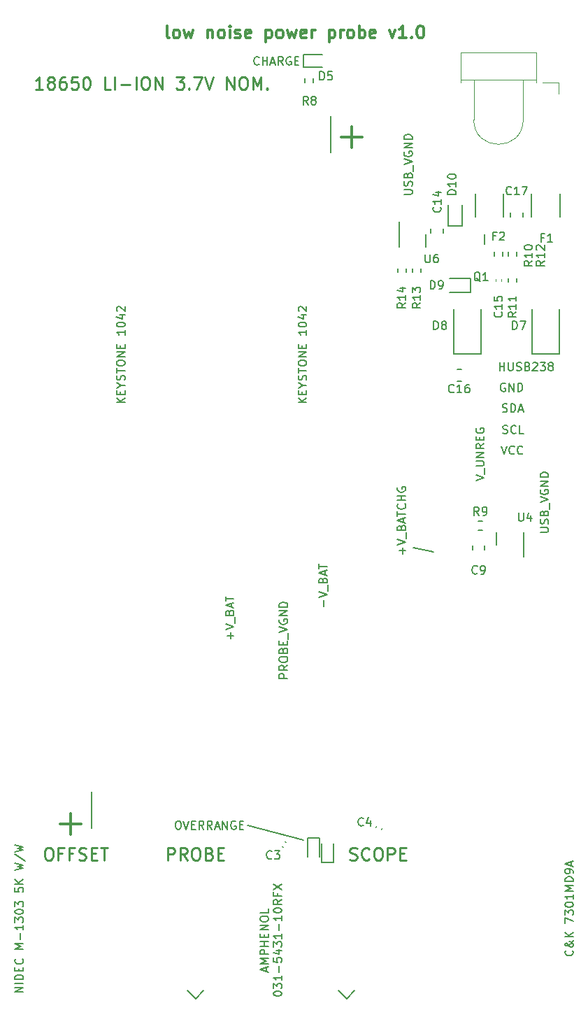
<source format=gto>
G04 #@! TF.GenerationSoftware,KiCad,Pcbnew,6.0.11+dfsg-1*
G04 #@! TF.CreationDate,2023-09-07T21:49:32+01:00*
G04 #@! TF.ProjectId,low-noise-power-probe-panel,6c6f772d-6e6f-4697-9365-2d706f776572,rev?*
G04 #@! TF.SameCoordinates,Original*
G04 #@! TF.FileFunction,Legend,Top*
G04 #@! TF.FilePolarity,Positive*
%FSLAX46Y46*%
G04 Gerber Fmt 4.6, Leading zero omitted, Abs format (unit mm)*
G04 Created by KiCad (PCBNEW 6.0.11+dfsg-1) date 2023-09-07 21:49:32*
%MOMM*%
%LPD*%
G01*
G04 APERTURE LIST*
%ADD10C,0.150000*%
%ADD11C,0.250000*%
%ADD12C,0.300000*%
%ADD13C,0.120000*%
G04 APERTURE END LIST*
D10*
X224300000Y-84900000D02*
X226700000Y-85400000D01*
X204200000Y-118500000D02*
X211000000Y-120300000D01*
X243557142Y-133646428D02*
X243604761Y-133694047D01*
X243652380Y-133836904D01*
X243652380Y-133932142D01*
X243604761Y-134075000D01*
X243509523Y-134170238D01*
X243414285Y-134217857D01*
X243223809Y-134265476D01*
X243080952Y-134265476D01*
X242890476Y-134217857D01*
X242795238Y-134170238D01*
X242700000Y-134075000D01*
X242652380Y-133932142D01*
X242652380Y-133836904D01*
X242700000Y-133694047D01*
X242747619Y-133646428D01*
X243652380Y-132408333D02*
X243652380Y-132455952D01*
X243604761Y-132551190D01*
X243461904Y-132694047D01*
X243176190Y-132932142D01*
X243033333Y-133027380D01*
X242890476Y-133075000D01*
X242795238Y-133075000D01*
X242700000Y-133027380D01*
X242652380Y-132932142D01*
X242652380Y-132884523D01*
X242700000Y-132789285D01*
X242795238Y-132741666D01*
X242842857Y-132741666D01*
X242938095Y-132789285D01*
X242985714Y-132836904D01*
X243176190Y-133122619D01*
X243223809Y-133170238D01*
X243319047Y-133217857D01*
X243461904Y-133217857D01*
X243557142Y-133170238D01*
X243604761Y-133122619D01*
X243652380Y-133027380D01*
X243652380Y-132884523D01*
X243604761Y-132789285D01*
X243557142Y-132741666D01*
X243366666Y-132598809D01*
X243223809Y-132551190D01*
X243128571Y-132551190D01*
X243652380Y-131979761D02*
X242652380Y-131979761D01*
X243652380Y-131408333D02*
X243080952Y-131836904D01*
X242652380Y-131408333D02*
X243223809Y-131979761D01*
X242652380Y-130313095D02*
X242652380Y-129646428D01*
X243652380Y-130075000D01*
X242652380Y-129360714D02*
X242652380Y-128741666D01*
X243033333Y-129075000D01*
X243033333Y-128932142D01*
X243080952Y-128836904D01*
X243128571Y-128789285D01*
X243223809Y-128741666D01*
X243461904Y-128741666D01*
X243557142Y-128789285D01*
X243604761Y-128836904D01*
X243652380Y-128932142D01*
X243652380Y-129217857D01*
X243604761Y-129313095D01*
X243557142Y-129360714D01*
X242652380Y-128122619D02*
X242652380Y-128027380D01*
X242700000Y-127932142D01*
X242747619Y-127884523D01*
X242842857Y-127836904D01*
X243033333Y-127789285D01*
X243271428Y-127789285D01*
X243461904Y-127836904D01*
X243557142Y-127884523D01*
X243604761Y-127932142D01*
X243652380Y-128027380D01*
X243652380Y-128122619D01*
X243604761Y-128217857D01*
X243557142Y-128265476D01*
X243461904Y-128313095D01*
X243271428Y-128360714D01*
X243033333Y-128360714D01*
X242842857Y-128313095D01*
X242747619Y-128265476D01*
X242700000Y-128217857D01*
X242652380Y-128122619D01*
X243652380Y-126836904D02*
X243652380Y-127408333D01*
X243652380Y-127122619D02*
X242652380Y-127122619D01*
X242795238Y-127217857D01*
X242890476Y-127313095D01*
X242938095Y-127408333D01*
X243652380Y-126408333D02*
X242652380Y-126408333D01*
X243366666Y-126075000D01*
X242652380Y-125741666D01*
X243652380Y-125741666D01*
X243652380Y-125265476D02*
X242652380Y-125265476D01*
X242652380Y-125027380D01*
X242700000Y-124884523D01*
X242795238Y-124789285D01*
X242890476Y-124741666D01*
X243080952Y-124694047D01*
X243223809Y-124694047D01*
X243414285Y-124741666D01*
X243509523Y-124789285D01*
X243604761Y-124884523D01*
X243652380Y-125027380D01*
X243652380Y-125265476D01*
X243652380Y-124217857D02*
X243652380Y-124027380D01*
X243604761Y-123932142D01*
X243557142Y-123884523D01*
X243414285Y-123789285D01*
X243223809Y-123741666D01*
X242842857Y-123741666D01*
X242747619Y-123789285D01*
X242700000Y-123836904D01*
X242652380Y-123932142D01*
X242652380Y-124122619D01*
X242700000Y-124217857D01*
X242747619Y-124265476D01*
X242842857Y-124313095D01*
X243080952Y-124313095D01*
X243176190Y-124265476D01*
X243223809Y-124217857D01*
X243271428Y-124122619D01*
X243271428Y-123932142D01*
X243223809Y-123836904D01*
X243176190Y-123789285D01*
X243080952Y-123741666D01*
X243366666Y-123360714D02*
X243366666Y-122884523D01*
X243652380Y-123455952D02*
X242652380Y-123122619D01*
X243652380Y-122789285D01*
X235416785Y-65000000D02*
X235321547Y-64952380D01*
X235178690Y-64952380D01*
X235035833Y-65000000D01*
X234940595Y-65095238D01*
X234892976Y-65190476D01*
X234845357Y-65380952D01*
X234845357Y-65523809D01*
X234892976Y-65714285D01*
X234940595Y-65809523D01*
X235035833Y-65904761D01*
X235178690Y-65952380D01*
X235273928Y-65952380D01*
X235416785Y-65904761D01*
X235464404Y-65857142D01*
X235464404Y-65523809D01*
X235273928Y-65523809D01*
X235892976Y-65952380D02*
X235892976Y-64952380D01*
X236464404Y-65952380D01*
X236464404Y-64952380D01*
X236940595Y-65952380D02*
X236940595Y-64952380D01*
X237178690Y-64952380D01*
X237321547Y-65000000D01*
X237416785Y-65095238D01*
X237464404Y-65190476D01*
X237512023Y-65380952D01*
X237512023Y-65523809D01*
X237464404Y-65714285D01*
X237416785Y-65809523D01*
X237321547Y-65904761D01*
X237178690Y-65952380D01*
X236940595Y-65952380D01*
X205604761Y-26357142D02*
X205557142Y-26404761D01*
X205414285Y-26452380D01*
X205319047Y-26452380D01*
X205176190Y-26404761D01*
X205080952Y-26309523D01*
X205033333Y-26214285D01*
X204985714Y-26023809D01*
X204985714Y-25880952D01*
X205033333Y-25690476D01*
X205080952Y-25595238D01*
X205176190Y-25500000D01*
X205319047Y-25452380D01*
X205414285Y-25452380D01*
X205557142Y-25500000D01*
X205604761Y-25547619D01*
X206033333Y-26452380D02*
X206033333Y-25452380D01*
X206033333Y-25928571D02*
X206604761Y-25928571D01*
X206604761Y-26452380D02*
X206604761Y-25452380D01*
X207033333Y-26166666D02*
X207509523Y-26166666D01*
X206938095Y-26452380D02*
X207271428Y-25452380D01*
X207604761Y-26452380D01*
X208509523Y-26452380D02*
X208176190Y-25976190D01*
X207938095Y-26452380D02*
X207938095Y-25452380D01*
X208319047Y-25452380D01*
X208414285Y-25500000D01*
X208461904Y-25547619D01*
X208509523Y-25642857D01*
X208509523Y-25785714D01*
X208461904Y-25880952D01*
X208414285Y-25928571D01*
X208319047Y-25976190D01*
X207938095Y-25976190D01*
X209461904Y-25500000D02*
X209366666Y-25452380D01*
X209223809Y-25452380D01*
X209080952Y-25500000D01*
X208985714Y-25595238D01*
X208938095Y-25690476D01*
X208890476Y-25880952D01*
X208890476Y-26023809D01*
X208938095Y-26214285D01*
X208985714Y-26309523D01*
X209080952Y-26404761D01*
X209223809Y-26452380D01*
X209319047Y-26452380D01*
X209461904Y-26404761D01*
X209509523Y-26357142D01*
X209509523Y-26023809D01*
X209319047Y-26023809D01*
X209938095Y-25928571D02*
X210271428Y-25928571D01*
X210414285Y-26452380D02*
X209938095Y-26452380D01*
X209938095Y-25452380D01*
X210414285Y-25452380D01*
D11*
X216607142Y-122607142D02*
X216821428Y-122678571D01*
X217178571Y-122678571D01*
X217321428Y-122607142D01*
X217392857Y-122535714D01*
X217464285Y-122392857D01*
X217464285Y-122250000D01*
X217392857Y-122107142D01*
X217321428Y-122035714D01*
X217178571Y-121964285D01*
X216892857Y-121892857D01*
X216750000Y-121821428D01*
X216678571Y-121750000D01*
X216607142Y-121607142D01*
X216607142Y-121464285D01*
X216678571Y-121321428D01*
X216750000Y-121250000D01*
X216892857Y-121178571D01*
X217250000Y-121178571D01*
X217464285Y-121250000D01*
X218964285Y-122535714D02*
X218892857Y-122607142D01*
X218678571Y-122678571D01*
X218535714Y-122678571D01*
X218321428Y-122607142D01*
X218178571Y-122464285D01*
X218107142Y-122321428D01*
X218035714Y-122035714D01*
X218035714Y-121821428D01*
X218107142Y-121535714D01*
X218178571Y-121392857D01*
X218321428Y-121250000D01*
X218535714Y-121178571D01*
X218678571Y-121178571D01*
X218892857Y-121250000D01*
X218964285Y-121321428D01*
X219892857Y-121178571D02*
X220178571Y-121178571D01*
X220321428Y-121250000D01*
X220464285Y-121392857D01*
X220535714Y-121678571D01*
X220535714Y-122178571D01*
X220464285Y-122464285D01*
X220321428Y-122607142D01*
X220178571Y-122678571D01*
X219892857Y-122678571D01*
X219750000Y-122607142D01*
X219607142Y-122464285D01*
X219535714Y-122178571D01*
X219535714Y-121678571D01*
X219607142Y-121392857D01*
X219750000Y-121250000D01*
X219892857Y-121178571D01*
X221178571Y-122678571D02*
X221178571Y-121178571D01*
X221750000Y-121178571D01*
X221892857Y-121250000D01*
X221964285Y-121321428D01*
X222035714Y-121464285D01*
X222035714Y-121678571D01*
X221964285Y-121821428D01*
X221892857Y-121892857D01*
X221750000Y-121964285D01*
X221178571Y-121964285D01*
X222678571Y-121892857D02*
X223178571Y-121892857D01*
X223392857Y-122678571D02*
X222678571Y-122678571D01*
X222678571Y-121178571D01*
X223392857Y-121178571D01*
D10*
X206461666Y-136138095D02*
X206461666Y-135661904D01*
X206747380Y-136233333D02*
X205747380Y-135900000D01*
X206747380Y-135566666D01*
X206747380Y-135233333D02*
X205747380Y-135233333D01*
X206461666Y-134900000D01*
X205747380Y-134566666D01*
X206747380Y-134566666D01*
X206747380Y-134090476D02*
X205747380Y-134090476D01*
X205747380Y-133709523D01*
X205795000Y-133614285D01*
X205842619Y-133566666D01*
X205937857Y-133519047D01*
X206080714Y-133519047D01*
X206175952Y-133566666D01*
X206223571Y-133614285D01*
X206271190Y-133709523D01*
X206271190Y-134090476D01*
X206747380Y-133090476D02*
X205747380Y-133090476D01*
X206223571Y-133090476D02*
X206223571Y-132519047D01*
X206747380Y-132519047D02*
X205747380Y-132519047D01*
X206223571Y-132042857D02*
X206223571Y-131709523D01*
X206747380Y-131566666D02*
X206747380Y-132042857D01*
X205747380Y-132042857D01*
X205747380Y-131566666D01*
X206747380Y-131138095D02*
X205747380Y-131138095D01*
X206747380Y-130566666D01*
X205747380Y-130566666D01*
X205747380Y-129900000D02*
X205747380Y-129709523D01*
X205795000Y-129614285D01*
X205890238Y-129519047D01*
X206080714Y-129471428D01*
X206414047Y-129471428D01*
X206604523Y-129519047D01*
X206699761Y-129614285D01*
X206747380Y-129709523D01*
X206747380Y-129900000D01*
X206699761Y-129995238D01*
X206604523Y-130090476D01*
X206414047Y-130138095D01*
X206080714Y-130138095D01*
X205890238Y-130090476D01*
X205795000Y-129995238D01*
X205747380Y-129900000D01*
X206747380Y-128566666D02*
X206747380Y-129042857D01*
X205747380Y-129042857D01*
X207357380Y-138900000D02*
X207357380Y-138804761D01*
X207405000Y-138709523D01*
X207452619Y-138661904D01*
X207547857Y-138614285D01*
X207738333Y-138566666D01*
X207976428Y-138566666D01*
X208166904Y-138614285D01*
X208262142Y-138661904D01*
X208309761Y-138709523D01*
X208357380Y-138804761D01*
X208357380Y-138900000D01*
X208309761Y-138995238D01*
X208262142Y-139042857D01*
X208166904Y-139090476D01*
X207976428Y-139138095D01*
X207738333Y-139138095D01*
X207547857Y-139090476D01*
X207452619Y-139042857D01*
X207405000Y-138995238D01*
X207357380Y-138900000D01*
X207357380Y-138233333D02*
X207357380Y-137614285D01*
X207738333Y-137947619D01*
X207738333Y-137804761D01*
X207785952Y-137709523D01*
X207833571Y-137661904D01*
X207928809Y-137614285D01*
X208166904Y-137614285D01*
X208262142Y-137661904D01*
X208309761Y-137709523D01*
X208357380Y-137804761D01*
X208357380Y-138090476D01*
X208309761Y-138185714D01*
X208262142Y-138233333D01*
X208357380Y-136661904D02*
X208357380Y-137233333D01*
X208357380Y-136947619D02*
X207357380Y-136947619D01*
X207500238Y-137042857D01*
X207595476Y-137138095D01*
X207643095Y-137233333D01*
X207976428Y-136233333D02*
X207976428Y-135471428D01*
X207357380Y-134519047D02*
X207357380Y-134995238D01*
X207833571Y-135042857D01*
X207785952Y-134995238D01*
X207738333Y-134900000D01*
X207738333Y-134661904D01*
X207785952Y-134566666D01*
X207833571Y-134519047D01*
X207928809Y-134471428D01*
X208166904Y-134471428D01*
X208262142Y-134519047D01*
X208309761Y-134566666D01*
X208357380Y-134661904D01*
X208357380Y-134900000D01*
X208309761Y-134995238D01*
X208262142Y-135042857D01*
X207690714Y-133614285D02*
X208357380Y-133614285D01*
X207309761Y-133852380D02*
X208024047Y-134090476D01*
X208024047Y-133471428D01*
X207357380Y-133185714D02*
X207357380Y-132566666D01*
X207738333Y-132900000D01*
X207738333Y-132757142D01*
X207785952Y-132661904D01*
X207833571Y-132614285D01*
X207928809Y-132566666D01*
X208166904Y-132566666D01*
X208262142Y-132614285D01*
X208309761Y-132661904D01*
X208357380Y-132757142D01*
X208357380Y-133042857D01*
X208309761Y-133138095D01*
X208262142Y-133185714D01*
X208357380Y-131614285D02*
X208357380Y-132185714D01*
X208357380Y-131900000D02*
X207357380Y-131900000D01*
X207500238Y-131995238D01*
X207595476Y-132090476D01*
X207643095Y-132185714D01*
X207976428Y-131185714D02*
X207976428Y-130423809D01*
X208357380Y-129423809D02*
X208357380Y-129995238D01*
X208357380Y-129709523D02*
X207357380Y-129709523D01*
X207500238Y-129804761D01*
X207595476Y-129900000D01*
X207643095Y-129995238D01*
X207357380Y-128804761D02*
X207357380Y-128709523D01*
X207405000Y-128614285D01*
X207452619Y-128566666D01*
X207547857Y-128519047D01*
X207738333Y-128471428D01*
X207976428Y-128471428D01*
X208166904Y-128519047D01*
X208262142Y-128566666D01*
X208309761Y-128614285D01*
X208357380Y-128709523D01*
X208357380Y-128804761D01*
X208309761Y-128900000D01*
X208262142Y-128947619D01*
X208166904Y-128995238D01*
X207976428Y-129042857D01*
X207738333Y-129042857D01*
X207547857Y-128995238D01*
X207452619Y-128947619D01*
X207405000Y-128900000D01*
X207357380Y-128804761D01*
X208357380Y-127471428D02*
X207881190Y-127804761D01*
X208357380Y-128042857D02*
X207357380Y-128042857D01*
X207357380Y-127661904D01*
X207405000Y-127566666D01*
X207452619Y-127519047D01*
X207547857Y-127471428D01*
X207690714Y-127471428D01*
X207785952Y-127519047D01*
X207833571Y-127566666D01*
X207881190Y-127661904D01*
X207881190Y-128042857D01*
X207833571Y-126709523D02*
X207833571Y-127042857D01*
X208357380Y-127042857D02*
X207357380Y-127042857D01*
X207357380Y-126566666D01*
X207357380Y-126280952D02*
X208357380Y-125614285D01*
X207357380Y-125614285D02*
X208357380Y-126280952D01*
X195719047Y-117952380D02*
X195909523Y-117952380D01*
X196004761Y-118000000D01*
X196100000Y-118095238D01*
X196147619Y-118285714D01*
X196147619Y-118619047D01*
X196100000Y-118809523D01*
X196004761Y-118904761D01*
X195909523Y-118952380D01*
X195719047Y-118952380D01*
X195623809Y-118904761D01*
X195528571Y-118809523D01*
X195480952Y-118619047D01*
X195480952Y-118285714D01*
X195528571Y-118095238D01*
X195623809Y-118000000D01*
X195719047Y-117952380D01*
X196433333Y-117952380D02*
X196766666Y-118952380D01*
X197100000Y-117952380D01*
X197433333Y-118428571D02*
X197766666Y-118428571D01*
X197909523Y-118952380D02*
X197433333Y-118952380D01*
X197433333Y-117952380D01*
X197909523Y-117952380D01*
X198909523Y-118952380D02*
X198576190Y-118476190D01*
X198338095Y-118952380D02*
X198338095Y-117952380D01*
X198719047Y-117952380D01*
X198814285Y-118000000D01*
X198861904Y-118047619D01*
X198909523Y-118142857D01*
X198909523Y-118285714D01*
X198861904Y-118380952D01*
X198814285Y-118428571D01*
X198719047Y-118476190D01*
X198338095Y-118476190D01*
X199909523Y-118952380D02*
X199576190Y-118476190D01*
X199338095Y-118952380D02*
X199338095Y-117952380D01*
X199719047Y-117952380D01*
X199814285Y-118000000D01*
X199861904Y-118047619D01*
X199909523Y-118142857D01*
X199909523Y-118285714D01*
X199861904Y-118380952D01*
X199814285Y-118428571D01*
X199719047Y-118476190D01*
X199338095Y-118476190D01*
X200290476Y-118666666D02*
X200766666Y-118666666D01*
X200195238Y-118952380D02*
X200528571Y-117952380D01*
X200861904Y-118952380D01*
X201195238Y-118952380D02*
X201195238Y-117952380D01*
X201766666Y-118952380D01*
X201766666Y-117952380D01*
X202766666Y-118000000D02*
X202671428Y-117952380D01*
X202528571Y-117952380D01*
X202385714Y-118000000D01*
X202290476Y-118095238D01*
X202242857Y-118190476D01*
X202195238Y-118380952D01*
X202195238Y-118523809D01*
X202242857Y-118714285D01*
X202290476Y-118809523D01*
X202385714Y-118904761D01*
X202528571Y-118952380D01*
X202623809Y-118952380D01*
X202766666Y-118904761D01*
X202814285Y-118857142D01*
X202814285Y-118523809D01*
X202623809Y-118523809D01*
X203242857Y-118428571D02*
X203576190Y-118428571D01*
X203719047Y-118952380D02*
X203242857Y-118952380D01*
X203242857Y-117952380D01*
X203719047Y-117952380D01*
X177052380Y-138657142D02*
X176052380Y-138657142D01*
X177052380Y-138085714D01*
X176052380Y-138085714D01*
X177052380Y-137609523D02*
X176052380Y-137609523D01*
X177052380Y-137133333D02*
X176052380Y-137133333D01*
X176052380Y-136895238D01*
X176100000Y-136752380D01*
X176195238Y-136657142D01*
X176290476Y-136609523D01*
X176480952Y-136561904D01*
X176623809Y-136561904D01*
X176814285Y-136609523D01*
X176909523Y-136657142D01*
X177004761Y-136752380D01*
X177052380Y-136895238D01*
X177052380Y-137133333D01*
X176528571Y-136133333D02*
X176528571Y-135800000D01*
X177052380Y-135657142D02*
X177052380Y-136133333D01*
X176052380Y-136133333D01*
X176052380Y-135657142D01*
X176957142Y-134657142D02*
X177004761Y-134704761D01*
X177052380Y-134847619D01*
X177052380Y-134942857D01*
X177004761Y-135085714D01*
X176909523Y-135180952D01*
X176814285Y-135228571D01*
X176623809Y-135276190D01*
X176480952Y-135276190D01*
X176290476Y-135228571D01*
X176195238Y-135180952D01*
X176100000Y-135085714D01*
X176052380Y-134942857D01*
X176052380Y-134847619D01*
X176100000Y-134704761D01*
X176147619Y-134657142D01*
X177052380Y-133466666D02*
X176052380Y-133466666D01*
X176766666Y-133133333D01*
X176052380Y-132800000D01*
X177052380Y-132800000D01*
X176671428Y-132323809D02*
X176671428Y-131561904D01*
X177052380Y-130561904D02*
X177052380Y-131133333D01*
X177052380Y-130847619D02*
X176052380Y-130847619D01*
X176195238Y-130942857D01*
X176290476Y-131038095D01*
X176338095Y-131133333D01*
X176052380Y-130228571D02*
X176052380Y-129609523D01*
X176433333Y-129942857D01*
X176433333Y-129800000D01*
X176480952Y-129704761D01*
X176528571Y-129657142D01*
X176623809Y-129609523D01*
X176861904Y-129609523D01*
X176957142Y-129657142D01*
X177004761Y-129704761D01*
X177052380Y-129800000D01*
X177052380Y-130085714D01*
X177004761Y-130180952D01*
X176957142Y-130228571D01*
X176052380Y-128990476D02*
X176052380Y-128895238D01*
X176100000Y-128800000D01*
X176147619Y-128752380D01*
X176242857Y-128704761D01*
X176433333Y-128657142D01*
X176671428Y-128657142D01*
X176861904Y-128704761D01*
X176957142Y-128752380D01*
X177004761Y-128800000D01*
X177052380Y-128895238D01*
X177052380Y-128990476D01*
X177004761Y-129085714D01*
X176957142Y-129133333D01*
X176861904Y-129180952D01*
X176671428Y-129228571D01*
X176433333Y-129228571D01*
X176242857Y-129180952D01*
X176147619Y-129133333D01*
X176100000Y-129085714D01*
X176052380Y-128990476D01*
X176052380Y-128323809D02*
X176052380Y-127704761D01*
X176433333Y-128038095D01*
X176433333Y-127895238D01*
X176480952Y-127800000D01*
X176528571Y-127752380D01*
X176623809Y-127704761D01*
X176861904Y-127704761D01*
X176957142Y-127752380D01*
X177004761Y-127800000D01*
X177052380Y-127895238D01*
X177052380Y-128180952D01*
X177004761Y-128276190D01*
X176957142Y-128323809D01*
X176052380Y-126038095D02*
X176052380Y-126514285D01*
X176528571Y-126561904D01*
X176480952Y-126514285D01*
X176433333Y-126419047D01*
X176433333Y-126180952D01*
X176480952Y-126085714D01*
X176528571Y-126038095D01*
X176623809Y-125990476D01*
X176861904Y-125990476D01*
X176957142Y-126038095D01*
X177004761Y-126085714D01*
X177052380Y-126180952D01*
X177052380Y-126419047D01*
X177004761Y-126514285D01*
X176957142Y-126561904D01*
X177052380Y-125561904D02*
X176052380Y-125561904D01*
X177052380Y-124990476D02*
X176480952Y-125419047D01*
X176052380Y-124990476D02*
X176623809Y-125561904D01*
X176052380Y-123895238D02*
X177052380Y-123657142D01*
X176338095Y-123466666D01*
X177052380Y-123276190D01*
X176052380Y-123038095D01*
X176004761Y-121942857D02*
X177290476Y-122800000D01*
X176052380Y-121704761D02*
X177052380Y-121466666D01*
X176338095Y-121276190D01*
X177052380Y-121085714D01*
X176052380Y-120847619D01*
D11*
X180007142Y-121178571D02*
X180292857Y-121178571D01*
X180435714Y-121250000D01*
X180578571Y-121392857D01*
X180650000Y-121678571D01*
X180650000Y-122178571D01*
X180578571Y-122464285D01*
X180435714Y-122607142D01*
X180292857Y-122678571D01*
X180007142Y-122678571D01*
X179864285Y-122607142D01*
X179721428Y-122464285D01*
X179650000Y-122178571D01*
X179650000Y-121678571D01*
X179721428Y-121392857D01*
X179864285Y-121250000D01*
X180007142Y-121178571D01*
X181792857Y-121892857D02*
X181292857Y-121892857D01*
X181292857Y-122678571D02*
X181292857Y-121178571D01*
X182007142Y-121178571D01*
X183078571Y-121892857D02*
X182578571Y-121892857D01*
X182578571Y-122678571D02*
X182578571Y-121178571D01*
X183292857Y-121178571D01*
X183792857Y-122607142D02*
X184007142Y-122678571D01*
X184364285Y-122678571D01*
X184507142Y-122607142D01*
X184578571Y-122535714D01*
X184650000Y-122392857D01*
X184650000Y-122250000D01*
X184578571Y-122107142D01*
X184507142Y-122035714D01*
X184364285Y-121964285D01*
X184078571Y-121892857D01*
X183935714Y-121821428D01*
X183864285Y-121750000D01*
X183792857Y-121607142D01*
X183792857Y-121464285D01*
X183864285Y-121321428D01*
X183935714Y-121250000D01*
X184078571Y-121178571D01*
X184435714Y-121178571D01*
X184650000Y-121250000D01*
X185292857Y-121892857D02*
X185792857Y-121892857D01*
X186007142Y-122678571D02*
X185292857Y-122678571D01*
X185292857Y-121178571D01*
X186007142Y-121178571D01*
X186435714Y-121178571D02*
X187292857Y-121178571D01*
X186864285Y-122678571D02*
X186864285Y-121178571D01*
X194542857Y-122678571D02*
X194542857Y-121178571D01*
X195114285Y-121178571D01*
X195257142Y-121250000D01*
X195328571Y-121321428D01*
X195400000Y-121464285D01*
X195400000Y-121678571D01*
X195328571Y-121821428D01*
X195257142Y-121892857D01*
X195114285Y-121964285D01*
X194542857Y-121964285D01*
X196900000Y-122678571D02*
X196400000Y-121964285D01*
X196042857Y-122678571D02*
X196042857Y-121178571D01*
X196614285Y-121178571D01*
X196757142Y-121250000D01*
X196828571Y-121321428D01*
X196900000Y-121464285D01*
X196900000Y-121678571D01*
X196828571Y-121821428D01*
X196757142Y-121892857D01*
X196614285Y-121964285D01*
X196042857Y-121964285D01*
X197828571Y-121178571D02*
X198114285Y-121178571D01*
X198257142Y-121250000D01*
X198400000Y-121392857D01*
X198471428Y-121678571D01*
X198471428Y-122178571D01*
X198400000Y-122464285D01*
X198257142Y-122607142D01*
X198114285Y-122678571D01*
X197828571Y-122678571D01*
X197685714Y-122607142D01*
X197542857Y-122464285D01*
X197471428Y-122178571D01*
X197471428Y-121678571D01*
X197542857Y-121392857D01*
X197685714Y-121250000D01*
X197828571Y-121178571D01*
X199614285Y-121892857D02*
X199828571Y-121964285D01*
X199900000Y-122035714D01*
X199971428Y-122178571D01*
X199971428Y-122392857D01*
X199900000Y-122535714D01*
X199828571Y-122607142D01*
X199685714Y-122678571D01*
X199114285Y-122678571D01*
X199114285Y-121178571D01*
X199614285Y-121178571D01*
X199757142Y-121250000D01*
X199828571Y-121321428D01*
X199900000Y-121464285D01*
X199900000Y-121607142D01*
X199828571Y-121750000D01*
X199757142Y-121821428D01*
X199614285Y-121892857D01*
X199114285Y-121892857D01*
X200614285Y-121892857D02*
X201114285Y-121892857D01*
X201328571Y-122678571D02*
X200614285Y-122678571D01*
X200614285Y-121178571D01*
X201328571Y-121178571D01*
D10*
X239652380Y-82995238D02*
X240461904Y-82995238D01*
X240557142Y-82947619D01*
X240604761Y-82900000D01*
X240652380Y-82804761D01*
X240652380Y-82614285D01*
X240604761Y-82519047D01*
X240557142Y-82471428D01*
X240461904Y-82423809D01*
X239652380Y-82423809D01*
X240604761Y-81995238D02*
X240652380Y-81852380D01*
X240652380Y-81614285D01*
X240604761Y-81519047D01*
X240557142Y-81471428D01*
X240461904Y-81423809D01*
X240366666Y-81423809D01*
X240271428Y-81471428D01*
X240223809Y-81519047D01*
X240176190Y-81614285D01*
X240128571Y-81804761D01*
X240080952Y-81900000D01*
X240033333Y-81947619D01*
X239938095Y-81995238D01*
X239842857Y-81995238D01*
X239747619Y-81947619D01*
X239700000Y-81900000D01*
X239652380Y-81804761D01*
X239652380Y-81566666D01*
X239700000Y-81423809D01*
X240128571Y-80661904D02*
X240176190Y-80519047D01*
X240223809Y-80471428D01*
X240319047Y-80423809D01*
X240461904Y-80423809D01*
X240557142Y-80471428D01*
X240604761Y-80519047D01*
X240652380Y-80614285D01*
X240652380Y-80995238D01*
X239652380Y-80995238D01*
X239652380Y-80661904D01*
X239700000Y-80566666D01*
X239747619Y-80519047D01*
X239842857Y-80471428D01*
X239938095Y-80471428D01*
X240033333Y-80519047D01*
X240080952Y-80566666D01*
X240128571Y-80661904D01*
X240128571Y-80995238D01*
X240747619Y-80233333D02*
X240747619Y-79471428D01*
X239652380Y-79376190D02*
X240652380Y-79042857D01*
X239652380Y-78709523D01*
X239700000Y-77852380D02*
X239652380Y-77947619D01*
X239652380Y-78090476D01*
X239700000Y-78233333D01*
X239795238Y-78328571D01*
X239890476Y-78376190D01*
X240080952Y-78423809D01*
X240223809Y-78423809D01*
X240414285Y-78376190D01*
X240509523Y-78328571D01*
X240604761Y-78233333D01*
X240652380Y-78090476D01*
X240652380Y-77995238D01*
X240604761Y-77852380D01*
X240557142Y-77804761D01*
X240223809Y-77804761D01*
X240223809Y-77995238D01*
X240652380Y-77376190D02*
X239652380Y-77376190D01*
X240652380Y-76804761D01*
X239652380Y-76804761D01*
X240652380Y-76328571D02*
X239652380Y-76328571D01*
X239652380Y-76090476D01*
X239700000Y-75947619D01*
X239795238Y-75852380D01*
X239890476Y-75804761D01*
X240080952Y-75757142D01*
X240223809Y-75757142D01*
X240414285Y-75804761D01*
X240509523Y-75852380D01*
X240604761Y-75947619D01*
X240652380Y-76090476D01*
X240652380Y-76328571D01*
D12*
X194714285Y-23178571D02*
X194571428Y-23107142D01*
X194500000Y-22964285D01*
X194500000Y-21678571D01*
X195500000Y-23178571D02*
X195357142Y-23107142D01*
X195285714Y-23035714D01*
X195214285Y-22892857D01*
X195214285Y-22464285D01*
X195285714Y-22321428D01*
X195357142Y-22250000D01*
X195500000Y-22178571D01*
X195714285Y-22178571D01*
X195857142Y-22250000D01*
X195928571Y-22321428D01*
X196000000Y-22464285D01*
X196000000Y-22892857D01*
X195928571Y-23035714D01*
X195857142Y-23107142D01*
X195714285Y-23178571D01*
X195500000Y-23178571D01*
X196500000Y-22178571D02*
X196785714Y-23178571D01*
X197071428Y-22464285D01*
X197357142Y-23178571D01*
X197642857Y-22178571D01*
X199357142Y-22178571D02*
X199357142Y-23178571D01*
X199357142Y-22321428D02*
X199428571Y-22250000D01*
X199571428Y-22178571D01*
X199785714Y-22178571D01*
X199928571Y-22250000D01*
X200000000Y-22392857D01*
X200000000Y-23178571D01*
X200928571Y-23178571D02*
X200785714Y-23107142D01*
X200714285Y-23035714D01*
X200642857Y-22892857D01*
X200642857Y-22464285D01*
X200714285Y-22321428D01*
X200785714Y-22250000D01*
X200928571Y-22178571D01*
X201142857Y-22178571D01*
X201285714Y-22250000D01*
X201357142Y-22321428D01*
X201428571Y-22464285D01*
X201428571Y-22892857D01*
X201357142Y-23035714D01*
X201285714Y-23107142D01*
X201142857Y-23178571D01*
X200928571Y-23178571D01*
X202071428Y-23178571D02*
X202071428Y-22178571D01*
X202071428Y-21678571D02*
X202000000Y-21750000D01*
X202071428Y-21821428D01*
X202142857Y-21750000D01*
X202071428Y-21678571D01*
X202071428Y-21821428D01*
X202714285Y-23107142D02*
X202857142Y-23178571D01*
X203142857Y-23178571D01*
X203285714Y-23107142D01*
X203357142Y-22964285D01*
X203357142Y-22892857D01*
X203285714Y-22750000D01*
X203142857Y-22678571D01*
X202928571Y-22678571D01*
X202785714Y-22607142D01*
X202714285Y-22464285D01*
X202714285Y-22392857D01*
X202785714Y-22250000D01*
X202928571Y-22178571D01*
X203142857Y-22178571D01*
X203285714Y-22250000D01*
X204571428Y-23107142D02*
X204428571Y-23178571D01*
X204142857Y-23178571D01*
X204000000Y-23107142D01*
X203928571Y-22964285D01*
X203928571Y-22392857D01*
X204000000Y-22250000D01*
X204142857Y-22178571D01*
X204428571Y-22178571D01*
X204571428Y-22250000D01*
X204642857Y-22392857D01*
X204642857Y-22535714D01*
X203928571Y-22678571D01*
X206428571Y-22178571D02*
X206428571Y-23678571D01*
X206428571Y-22250000D02*
X206571428Y-22178571D01*
X206857142Y-22178571D01*
X207000000Y-22250000D01*
X207071428Y-22321428D01*
X207142857Y-22464285D01*
X207142857Y-22892857D01*
X207071428Y-23035714D01*
X207000000Y-23107142D01*
X206857142Y-23178571D01*
X206571428Y-23178571D01*
X206428571Y-23107142D01*
X208000000Y-23178571D02*
X207857142Y-23107142D01*
X207785714Y-23035714D01*
X207714285Y-22892857D01*
X207714285Y-22464285D01*
X207785714Y-22321428D01*
X207857142Y-22250000D01*
X208000000Y-22178571D01*
X208214285Y-22178571D01*
X208357142Y-22250000D01*
X208428571Y-22321428D01*
X208500000Y-22464285D01*
X208500000Y-22892857D01*
X208428571Y-23035714D01*
X208357142Y-23107142D01*
X208214285Y-23178571D01*
X208000000Y-23178571D01*
X209000000Y-22178571D02*
X209285714Y-23178571D01*
X209571428Y-22464285D01*
X209857142Y-23178571D01*
X210142857Y-22178571D01*
X211285714Y-23107142D02*
X211142857Y-23178571D01*
X210857142Y-23178571D01*
X210714285Y-23107142D01*
X210642857Y-22964285D01*
X210642857Y-22392857D01*
X210714285Y-22250000D01*
X210857142Y-22178571D01*
X211142857Y-22178571D01*
X211285714Y-22250000D01*
X211357142Y-22392857D01*
X211357142Y-22535714D01*
X210642857Y-22678571D01*
X212000000Y-23178571D02*
X212000000Y-22178571D01*
X212000000Y-22464285D02*
X212071428Y-22321428D01*
X212142857Y-22250000D01*
X212285714Y-22178571D01*
X212428571Y-22178571D01*
X214071428Y-22178571D02*
X214071428Y-23678571D01*
X214071428Y-22250000D02*
X214214285Y-22178571D01*
X214500000Y-22178571D01*
X214642857Y-22250000D01*
X214714285Y-22321428D01*
X214785714Y-22464285D01*
X214785714Y-22892857D01*
X214714285Y-23035714D01*
X214642857Y-23107142D01*
X214500000Y-23178571D01*
X214214285Y-23178571D01*
X214071428Y-23107142D01*
X215428571Y-23178571D02*
X215428571Y-22178571D01*
X215428571Y-22464285D02*
X215500000Y-22321428D01*
X215571428Y-22250000D01*
X215714285Y-22178571D01*
X215857142Y-22178571D01*
X216571428Y-23178571D02*
X216428571Y-23107142D01*
X216357142Y-23035714D01*
X216285714Y-22892857D01*
X216285714Y-22464285D01*
X216357142Y-22321428D01*
X216428571Y-22250000D01*
X216571428Y-22178571D01*
X216785714Y-22178571D01*
X216928571Y-22250000D01*
X217000000Y-22321428D01*
X217071428Y-22464285D01*
X217071428Y-22892857D01*
X217000000Y-23035714D01*
X216928571Y-23107142D01*
X216785714Y-23178571D01*
X216571428Y-23178571D01*
X217714285Y-23178571D02*
X217714285Y-21678571D01*
X217714285Y-22250000D02*
X217857142Y-22178571D01*
X218142857Y-22178571D01*
X218285714Y-22250000D01*
X218357142Y-22321428D01*
X218428571Y-22464285D01*
X218428571Y-22892857D01*
X218357142Y-23035714D01*
X218285714Y-23107142D01*
X218142857Y-23178571D01*
X217857142Y-23178571D01*
X217714285Y-23107142D01*
X219642857Y-23107142D02*
X219500000Y-23178571D01*
X219214285Y-23178571D01*
X219071428Y-23107142D01*
X219000000Y-22964285D01*
X219000000Y-22392857D01*
X219071428Y-22250000D01*
X219214285Y-22178571D01*
X219500000Y-22178571D01*
X219642857Y-22250000D01*
X219714285Y-22392857D01*
X219714285Y-22535714D01*
X219000000Y-22678571D01*
X221357142Y-22178571D02*
X221714285Y-23178571D01*
X222071428Y-22178571D01*
X223428571Y-23178571D02*
X222571428Y-23178571D01*
X223000000Y-23178571D02*
X223000000Y-21678571D01*
X222857142Y-21892857D01*
X222714285Y-22035714D01*
X222571428Y-22107142D01*
X224071428Y-23035714D02*
X224142857Y-23107142D01*
X224071428Y-23178571D01*
X224000000Y-23107142D01*
X224071428Y-23035714D01*
X224071428Y-23178571D01*
X225071428Y-21678571D02*
X225214285Y-21678571D01*
X225357142Y-21750000D01*
X225428571Y-21821428D01*
X225500000Y-21964285D01*
X225571428Y-22250000D01*
X225571428Y-22607142D01*
X225500000Y-22892857D01*
X225428571Y-23035714D01*
X225357142Y-23107142D01*
X225214285Y-23178571D01*
X225071428Y-23178571D01*
X224928571Y-23107142D01*
X224857142Y-23035714D01*
X224785714Y-22892857D01*
X224714285Y-22607142D01*
X224714285Y-22250000D01*
X224785714Y-21964285D01*
X224857142Y-21821428D01*
X224928571Y-21750000D01*
X225071428Y-21678571D01*
D10*
X235131071Y-71004761D02*
X235273928Y-71052380D01*
X235512023Y-71052380D01*
X235607261Y-71004761D01*
X235654880Y-70957142D01*
X235702500Y-70861904D01*
X235702500Y-70766666D01*
X235654880Y-70671428D01*
X235607261Y-70623809D01*
X235512023Y-70576190D01*
X235321547Y-70528571D01*
X235226309Y-70480952D01*
X235178690Y-70433333D01*
X235131071Y-70338095D01*
X235131071Y-70242857D01*
X235178690Y-70147619D01*
X235226309Y-70100000D01*
X235321547Y-70052380D01*
X235559642Y-70052380D01*
X235702500Y-70100000D01*
X236702500Y-70957142D02*
X236654880Y-71004761D01*
X236512023Y-71052380D01*
X236416785Y-71052380D01*
X236273928Y-71004761D01*
X236178690Y-70909523D01*
X236131071Y-70814285D01*
X236083452Y-70623809D01*
X236083452Y-70480952D01*
X236131071Y-70290476D01*
X236178690Y-70195238D01*
X236273928Y-70100000D01*
X236416785Y-70052380D01*
X236512023Y-70052380D01*
X236654880Y-70100000D01*
X236702500Y-70147619D01*
X237607261Y-71052380D02*
X237131071Y-71052380D01*
X237131071Y-70052380D01*
X234940595Y-72552380D02*
X235273928Y-73552380D01*
X235607261Y-72552380D01*
X236512023Y-73457142D02*
X236464404Y-73504761D01*
X236321547Y-73552380D01*
X236226309Y-73552380D01*
X236083452Y-73504761D01*
X235988214Y-73409523D01*
X235940595Y-73314285D01*
X235892976Y-73123809D01*
X235892976Y-72980952D01*
X235940595Y-72790476D01*
X235988214Y-72695238D01*
X236083452Y-72600000D01*
X236226309Y-72552380D01*
X236321547Y-72552380D01*
X236464404Y-72600000D01*
X236512023Y-72647619D01*
X237512023Y-73457142D02*
X237464404Y-73504761D01*
X237321547Y-73552380D01*
X237226309Y-73552380D01*
X237083452Y-73504761D01*
X236988214Y-73409523D01*
X236940595Y-73314285D01*
X236892976Y-73123809D01*
X236892976Y-72980952D01*
X236940595Y-72790476D01*
X236988214Y-72695238D01*
X237083452Y-72600000D01*
X237226309Y-72552380D01*
X237321547Y-72552380D01*
X237464404Y-72600000D01*
X237512023Y-72647619D01*
X211352380Y-67285714D02*
X210352380Y-67285714D01*
X211352380Y-66714285D02*
X210780952Y-67142857D01*
X210352380Y-66714285D02*
X210923809Y-67285714D01*
X210828571Y-66285714D02*
X210828571Y-65952380D01*
X211352380Y-65809523D02*
X211352380Y-66285714D01*
X210352380Y-66285714D01*
X210352380Y-65809523D01*
X210876190Y-65190476D02*
X211352380Y-65190476D01*
X210352380Y-65523809D02*
X210876190Y-65190476D01*
X210352380Y-64857142D01*
X211304761Y-64571428D02*
X211352380Y-64428571D01*
X211352380Y-64190476D01*
X211304761Y-64095238D01*
X211257142Y-64047619D01*
X211161904Y-64000000D01*
X211066666Y-64000000D01*
X210971428Y-64047619D01*
X210923809Y-64095238D01*
X210876190Y-64190476D01*
X210828571Y-64380952D01*
X210780952Y-64476190D01*
X210733333Y-64523809D01*
X210638095Y-64571428D01*
X210542857Y-64571428D01*
X210447619Y-64523809D01*
X210400000Y-64476190D01*
X210352380Y-64380952D01*
X210352380Y-64142857D01*
X210400000Y-64000000D01*
X210352380Y-63714285D02*
X210352380Y-63142857D01*
X211352380Y-63428571D02*
X210352380Y-63428571D01*
X210352380Y-62619047D02*
X210352380Y-62428571D01*
X210400000Y-62333333D01*
X210495238Y-62238095D01*
X210685714Y-62190476D01*
X211019047Y-62190476D01*
X211209523Y-62238095D01*
X211304761Y-62333333D01*
X211352380Y-62428571D01*
X211352380Y-62619047D01*
X211304761Y-62714285D01*
X211209523Y-62809523D01*
X211019047Y-62857142D01*
X210685714Y-62857142D01*
X210495238Y-62809523D01*
X210400000Y-62714285D01*
X210352380Y-62619047D01*
X211352380Y-61761904D02*
X210352380Y-61761904D01*
X211352380Y-61190476D01*
X210352380Y-61190476D01*
X210828571Y-60714285D02*
X210828571Y-60380952D01*
X211352380Y-60238095D02*
X211352380Y-60714285D01*
X210352380Y-60714285D01*
X210352380Y-60238095D01*
X211352380Y-58523809D02*
X211352380Y-59095238D01*
X211352380Y-58809523D02*
X210352380Y-58809523D01*
X210495238Y-58904761D01*
X210590476Y-59000000D01*
X210638095Y-59095238D01*
X210352380Y-57904761D02*
X210352380Y-57809523D01*
X210400000Y-57714285D01*
X210447619Y-57666666D01*
X210542857Y-57619047D01*
X210733333Y-57571428D01*
X210971428Y-57571428D01*
X211161904Y-57619047D01*
X211257142Y-57666666D01*
X211304761Y-57714285D01*
X211352380Y-57809523D01*
X211352380Y-57904761D01*
X211304761Y-58000000D01*
X211257142Y-58047619D01*
X211161904Y-58095238D01*
X210971428Y-58142857D01*
X210733333Y-58142857D01*
X210542857Y-58095238D01*
X210447619Y-58047619D01*
X210400000Y-58000000D01*
X210352380Y-57904761D01*
X210685714Y-56714285D02*
X211352380Y-56714285D01*
X210304761Y-56952380D02*
X211019047Y-57190476D01*
X211019047Y-56571428D01*
X210447619Y-56238095D02*
X210400000Y-56190476D01*
X210352380Y-56095238D01*
X210352380Y-55857142D01*
X210400000Y-55761904D01*
X210447619Y-55714285D01*
X210542857Y-55666666D01*
X210638095Y-55666666D01*
X210780952Y-55714285D01*
X211352380Y-56285714D01*
X211352380Y-55666666D01*
D11*
X179421428Y-29378571D02*
X178564285Y-29378571D01*
X178992857Y-29378571D02*
X178992857Y-27878571D01*
X178850000Y-28092857D01*
X178707142Y-28235714D01*
X178564285Y-28307142D01*
X180278571Y-28521428D02*
X180135714Y-28450000D01*
X180064285Y-28378571D01*
X179992857Y-28235714D01*
X179992857Y-28164285D01*
X180064285Y-28021428D01*
X180135714Y-27950000D01*
X180278571Y-27878571D01*
X180564285Y-27878571D01*
X180707142Y-27950000D01*
X180778571Y-28021428D01*
X180850000Y-28164285D01*
X180850000Y-28235714D01*
X180778571Y-28378571D01*
X180707142Y-28450000D01*
X180564285Y-28521428D01*
X180278571Y-28521428D01*
X180135714Y-28592857D01*
X180064285Y-28664285D01*
X179992857Y-28807142D01*
X179992857Y-29092857D01*
X180064285Y-29235714D01*
X180135714Y-29307142D01*
X180278571Y-29378571D01*
X180564285Y-29378571D01*
X180707142Y-29307142D01*
X180778571Y-29235714D01*
X180850000Y-29092857D01*
X180850000Y-28807142D01*
X180778571Y-28664285D01*
X180707142Y-28592857D01*
X180564285Y-28521428D01*
X182135714Y-27878571D02*
X181850000Y-27878571D01*
X181707142Y-27950000D01*
X181635714Y-28021428D01*
X181492857Y-28235714D01*
X181421428Y-28521428D01*
X181421428Y-29092857D01*
X181492857Y-29235714D01*
X181564285Y-29307142D01*
X181707142Y-29378571D01*
X181992857Y-29378571D01*
X182135714Y-29307142D01*
X182207142Y-29235714D01*
X182278571Y-29092857D01*
X182278571Y-28735714D01*
X182207142Y-28592857D01*
X182135714Y-28521428D01*
X181992857Y-28450000D01*
X181707142Y-28450000D01*
X181564285Y-28521428D01*
X181492857Y-28592857D01*
X181421428Y-28735714D01*
X183635714Y-27878571D02*
X182921428Y-27878571D01*
X182850000Y-28592857D01*
X182921428Y-28521428D01*
X183064285Y-28450000D01*
X183421428Y-28450000D01*
X183564285Y-28521428D01*
X183635714Y-28592857D01*
X183707142Y-28735714D01*
X183707142Y-29092857D01*
X183635714Y-29235714D01*
X183564285Y-29307142D01*
X183421428Y-29378571D01*
X183064285Y-29378571D01*
X182921428Y-29307142D01*
X182850000Y-29235714D01*
X184635714Y-27878571D02*
X184778571Y-27878571D01*
X184921428Y-27950000D01*
X184992857Y-28021428D01*
X185064285Y-28164285D01*
X185135714Y-28450000D01*
X185135714Y-28807142D01*
X185064285Y-29092857D01*
X184992857Y-29235714D01*
X184921428Y-29307142D01*
X184778571Y-29378571D01*
X184635714Y-29378571D01*
X184492857Y-29307142D01*
X184421428Y-29235714D01*
X184350000Y-29092857D01*
X184278571Y-28807142D01*
X184278571Y-28450000D01*
X184350000Y-28164285D01*
X184421428Y-28021428D01*
X184492857Y-27950000D01*
X184635714Y-27878571D01*
X187635714Y-29378571D02*
X186921428Y-29378571D01*
X186921428Y-27878571D01*
X188135714Y-29378571D02*
X188135714Y-27878571D01*
X188850000Y-28807142D02*
X189992857Y-28807142D01*
X190707142Y-29378571D02*
X190707142Y-27878571D01*
X191707142Y-27878571D02*
X191992857Y-27878571D01*
X192135714Y-27950000D01*
X192278571Y-28092857D01*
X192350000Y-28378571D01*
X192350000Y-28878571D01*
X192278571Y-29164285D01*
X192135714Y-29307142D01*
X191992857Y-29378571D01*
X191707142Y-29378571D01*
X191564285Y-29307142D01*
X191421428Y-29164285D01*
X191350000Y-28878571D01*
X191350000Y-28378571D01*
X191421428Y-28092857D01*
X191564285Y-27950000D01*
X191707142Y-27878571D01*
X192992857Y-29378571D02*
X192992857Y-27878571D01*
X193850000Y-29378571D01*
X193850000Y-27878571D01*
X195564285Y-27878571D02*
X196492857Y-27878571D01*
X195992857Y-28450000D01*
X196207142Y-28450000D01*
X196350000Y-28521428D01*
X196421428Y-28592857D01*
X196492857Y-28735714D01*
X196492857Y-29092857D01*
X196421428Y-29235714D01*
X196350000Y-29307142D01*
X196207142Y-29378571D01*
X195778571Y-29378571D01*
X195635714Y-29307142D01*
X195564285Y-29235714D01*
X197135714Y-29235714D02*
X197207142Y-29307142D01*
X197135714Y-29378571D01*
X197064285Y-29307142D01*
X197135714Y-29235714D01*
X197135714Y-29378571D01*
X197707142Y-27878571D02*
X198707142Y-27878571D01*
X198064285Y-29378571D01*
X199064285Y-27878571D02*
X199564285Y-29378571D01*
X200064285Y-27878571D01*
X201707142Y-29378571D02*
X201707142Y-27878571D01*
X202564285Y-29378571D01*
X202564285Y-27878571D01*
X203564285Y-27878571D02*
X203850000Y-27878571D01*
X203992857Y-27950000D01*
X204135714Y-28092857D01*
X204207142Y-28378571D01*
X204207142Y-28878571D01*
X204135714Y-29164285D01*
X203992857Y-29307142D01*
X203850000Y-29378571D01*
X203564285Y-29378571D01*
X203421428Y-29307142D01*
X203278571Y-29164285D01*
X203207142Y-28878571D01*
X203207142Y-28378571D01*
X203278571Y-28092857D01*
X203421428Y-27950000D01*
X203564285Y-27878571D01*
X204850000Y-29378571D02*
X204850000Y-27878571D01*
X205350000Y-28950000D01*
X205850000Y-27878571D01*
X205850000Y-29378571D01*
X206564285Y-29235714D02*
X206635714Y-29307142D01*
X206564285Y-29378571D01*
X206492857Y-29307142D01*
X206564285Y-29235714D01*
X206564285Y-29378571D01*
D10*
X235083452Y-68404761D02*
X235226309Y-68452380D01*
X235464404Y-68452380D01*
X235559642Y-68404761D01*
X235607261Y-68357142D01*
X235654880Y-68261904D01*
X235654880Y-68166666D01*
X235607261Y-68071428D01*
X235559642Y-68023809D01*
X235464404Y-67976190D01*
X235273928Y-67928571D01*
X235178690Y-67880952D01*
X235131071Y-67833333D01*
X235083452Y-67738095D01*
X235083452Y-67642857D01*
X235131071Y-67547619D01*
X235178690Y-67500000D01*
X235273928Y-67452380D01*
X235512023Y-67452380D01*
X235654880Y-67500000D01*
X236083452Y-68452380D02*
X236083452Y-67452380D01*
X236321547Y-67452380D01*
X236464404Y-67500000D01*
X236559642Y-67595238D01*
X236607261Y-67690476D01*
X236654880Y-67880952D01*
X236654880Y-68023809D01*
X236607261Y-68214285D01*
X236559642Y-68309523D01*
X236464404Y-68404761D01*
X236321547Y-68452380D01*
X236083452Y-68452380D01*
X237035833Y-68166666D02*
X237512023Y-68166666D01*
X236940595Y-68452380D02*
X237273928Y-67452380D01*
X237607261Y-68452380D01*
X189352380Y-67285714D02*
X188352380Y-67285714D01*
X189352380Y-66714285D02*
X188780952Y-67142857D01*
X188352380Y-66714285D02*
X188923809Y-67285714D01*
X188828571Y-66285714D02*
X188828571Y-65952380D01*
X189352380Y-65809523D02*
X189352380Y-66285714D01*
X188352380Y-66285714D01*
X188352380Y-65809523D01*
X188876190Y-65190476D02*
X189352380Y-65190476D01*
X188352380Y-65523809D02*
X188876190Y-65190476D01*
X188352380Y-64857142D01*
X189304761Y-64571428D02*
X189352380Y-64428571D01*
X189352380Y-64190476D01*
X189304761Y-64095238D01*
X189257142Y-64047619D01*
X189161904Y-64000000D01*
X189066666Y-64000000D01*
X188971428Y-64047619D01*
X188923809Y-64095238D01*
X188876190Y-64190476D01*
X188828571Y-64380952D01*
X188780952Y-64476190D01*
X188733333Y-64523809D01*
X188638095Y-64571428D01*
X188542857Y-64571428D01*
X188447619Y-64523809D01*
X188400000Y-64476190D01*
X188352380Y-64380952D01*
X188352380Y-64142857D01*
X188400000Y-64000000D01*
X188352380Y-63714285D02*
X188352380Y-63142857D01*
X189352380Y-63428571D02*
X188352380Y-63428571D01*
X188352380Y-62619047D02*
X188352380Y-62428571D01*
X188400000Y-62333333D01*
X188495238Y-62238095D01*
X188685714Y-62190476D01*
X189019047Y-62190476D01*
X189209523Y-62238095D01*
X189304761Y-62333333D01*
X189352380Y-62428571D01*
X189352380Y-62619047D01*
X189304761Y-62714285D01*
X189209523Y-62809523D01*
X189019047Y-62857142D01*
X188685714Y-62857142D01*
X188495238Y-62809523D01*
X188400000Y-62714285D01*
X188352380Y-62619047D01*
X189352380Y-61761904D02*
X188352380Y-61761904D01*
X189352380Y-61190476D01*
X188352380Y-61190476D01*
X188828571Y-60714285D02*
X188828571Y-60380952D01*
X189352380Y-60238095D02*
X189352380Y-60714285D01*
X188352380Y-60714285D01*
X188352380Y-60238095D01*
X189352380Y-58523809D02*
X189352380Y-59095238D01*
X189352380Y-58809523D02*
X188352380Y-58809523D01*
X188495238Y-58904761D01*
X188590476Y-59000000D01*
X188638095Y-59095238D01*
X188352380Y-57904761D02*
X188352380Y-57809523D01*
X188400000Y-57714285D01*
X188447619Y-57666666D01*
X188542857Y-57619047D01*
X188733333Y-57571428D01*
X188971428Y-57571428D01*
X189161904Y-57619047D01*
X189257142Y-57666666D01*
X189304761Y-57714285D01*
X189352380Y-57809523D01*
X189352380Y-57904761D01*
X189304761Y-58000000D01*
X189257142Y-58047619D01*
X189161904Y-58095238D01*
X188971428Y-58142857D01*
X188733333Y-58142857D01*
X188542857Y-58095238D01*
X188447619Y-58047619D01*
X188400000Y-58000000D01*
X188352380Y-57904761D01*
X188685714Y-56714285D02*
X189352380Y-56714285D01*
X188304761Y-56952380D02*
X189019047Y-57190476D01*
X189019047Y-56571428D01*
X188447619Y-56238095D02*
X188400000Y-56190476D01*
X188352380Y-56095238D01*
X188352380Y-55857142D01*
X188400000Y-55761904D01*
X188447619Y-55714285D01*
X188542857Y-55666666D01*
X188638095Y-55666666D01*
X188780952Y-55714285D01*
X189352380Y-56285714D01*
X189352380Y-55666666D01*
X234735833Y-63452380D02*
X234735833Y-62452380D01*
X234735833Y-62928571D02*
X235307261Y-62928571D01*
X235307261Y-63452380D02*
X235307261Y-62452380D01*
X235783452Y-62452380D02*
X235783452Y-63261904D01*
X235831071Y-63357142D01*
X235878690Y-63404761D01*
X235973928Y-63452380D01*
X236164404Y-63452380D01*
X236259642Y-63404761D01*
X236307261Y-63357142D01*
X236354880Y-63261904D01*
X236354880Y-62452380D01*
X236783452Y-63404761D02*
X236926309Y-63452380D01*
X237164404Y-63452380D01*
X237259642Y-63404761D01*
X237307261Y-63357142D01*
X237354880Y-63261904D01*
X237354880Y-63166666D01*
X237307261Y-63071428D01*
X237259642Y-63023809D01*
X237164404Y-62976190D01*
X236973928Y-62928571D01*
X236878690Y-62880952D01*
X236831071Y-62833333D01*
X236783452Y-62738095D01*
X236783452Y-62642857D01*
X236831071Y-62547619D01*
X236878690Y-62500000D01*
X236973928Y-62452380D01*
X237212023Y-62452380D01*
X237354880Y-62500000D01*
X238116785Y-62928571D02*
X238259642Y-62976190D01*
X238307261Y-63023809D01*
X238354880Y-63119047D01*
X238354880Y-63261904D01*
X238307261Y-63357142D01*
X238259642Y-63404761D01*
X238164404Y-63452380D01*
X237783452Y-63452380D01*
X237783452Y-62452380D01*
X238116785Y-62452380D01*
X238212023Y-62500000D01*
X238259642Y-62547619D01*
X238307261Y-62642857D01*
X238307261Y-62738095D01*
X238259642Y-62833333D01*
X238212023Y-62880952D01*
X238116785Y-62928571D01*
X237783452Y-62928571D01*
X238735833Y-62547619D02*
X238783452Y-62500000D01*
X238878690Y-62452380D01*
X239116785Y-62452380D01*
X239212023Y-62500000D01*
X239259642Y-62547619D01*
X239307261Y-62642857D01*
X239307261Y-62738095D01*
X239259642Y-62880952D01*
X238688214Y-63452380D01*
X239307261Y-63452380D01*
X239640595Y-62452380D02*
X240259642Y-62452380D01*
X239926309Y-62833333D01*
X240069166Y-62833333D01*
X240164404Y-62880952D01*
X240212023Y-62928571D01*
X240259642Y-63023809D01*
X240259642Y-63261904D01*
X240212023Y-63357142D01*
X240164404Y-63404761D01*
X240069166Y-63452380D01*
X239783452Y-63452380D01*
X239688214Y-63404761D01*
X239640595Y-63357142D01*
X240831071Y-62880952D02*
X240735833Y-62833333D01*
X240688214Y-62785714D01*
X240640595Y-62690476D01*
X240640595Y-62642857D01*
X240688214Y-62547619D01*
X240735833Y-62500000D01*
X240831071Y-62452380D01*
X241021547Y-62452380D01*
X241116785Y-62500000D01*
X241164404Y-62547619D01*
X241212023Y-62642857D01*
X241212023Y-62690476D01*
X241164404Y-62785714D01*
X241116785Y-62833333D01*
X241021547Y-62880952D01*
X240831071Y-62880952D01*
X240735833Y-62928571D01*
X240688214Y-62976190D01*
X240640595Y-63071428D01*
X240640595Y-63261904D01*
X240688214Y-63357142D01*
X240735833Y-63404761D01*
X240831071Y-63452380D01*
X241021547Y-63452380D01*
X241116785Y-63404761D01*
X241164404Y-63357142D01*
X241212023Y-63261904D01*
X241212023Y-63071428D01*
X241164404Y-62976190D01*
X241116785Y-62928571D01*
X241021547Y-62880952D01*
X232033333Y-87957142D02*
X231985714Y-88004761D01*
X231842857Y-88052380D01*
X231747619Y-88052380D01*
X231604761Y-88004761D01*
X231509523Y-87909523D01*
X231461904Y-87814285D01*
X231414285Y-87623809D01*
X231414285Y-87480952D01*
X231461904Y-87290476D01*
X231509523Y-87195238D01*
X231604761Y-87100000D01*
X231747619Y-87052380D01*
X231842857Y-87052380D01*
X231985714Y-87100000D01*
X232033333Y-87147619D01*
X232509523Y-88052380D02*
X232700000Y-88052380D01*
X232795238Y-88004761D01*
X232842857Y-87957142D01*
X232938095Y-87814285D01*
X232985714Y-87623809D01*
X232985714Y-87242857D01*
X232938095Y-87147619D01*
X232890476Y-87100000D01*
X232795238Y-87052380D01*
X232604761Y-87052380D01*
X232509523Y-87100000D01*
X232461904Y-87147619D01*
X232414285Y-87242857D01*
X232414285Y-87480952D01*
X232461904Y-87576190D01*
X232509523Y-87623809D01*
X232604761Y-87671428D01*
X232795238Y-87671428D01*
X232890476Y-87623809D01*
X232938095Y-87576190D01*
X232985714Y-87480952D01*
X225152380Y-55242857D02*
X224676190Y-55576190D01*
X225152380Y-55814285D02*
X224152380Y-55814285D01*
X224152380Y-55433333D01*
X224200000Y-55338095D01*
X224247619Y-55290476D01*
X224342857Y-55242857D01*
X224485714Y-55242857D01*
X224580952Y-55290476D01*
X224628571Y-55338095D01*
X224676190Y-55433333D01*
X224676190Y-55814285D01*
X225152380Y-54290476D02*
X225152380Y-54861904D01*
X225152380Y-54576190D02*
X224152380Y-54576190D01*
X224295238Y-54671428D01*
X224390476Y-54766666D01*
X224438095Y-54861904D01*
X224152380Y-53957142D02*
X224152380Y-53338095D01*
X224533333Y-53671428D01*
X224533333Y-53528571D01*
X224580952Y-53433333D01*
X224628571Y-53385714D01*
X224723809Y-53338095D01*
X224961904Y-53338095D01*
X225057142Y-53385714D01*
X225104761Y-53433333D01*
X225152380Y-53528571D01*
X225152380Y-53814285D01*
X225104761Y-53909523D01*
X225057142Y-53957142D01*
X232404761Y-52647619D02*
X232309523Y-52600000D01*
X232214285Y-52504761D01*
X232071428Y-52361904D01*
X231976190Y-52314285D01*
X231880952Y-52314285D01*
X231928571Y-52552380D02*
X231833333Y-52504761D01*
X231738095Y-52409523D01*
X231690476Y-52219047D01*
X231690476Y-51885714D01*
X231738095Y-51695238D01*
X231833333Y-51600000D01*
X231928571Y-51552380D01*
X232119047Y-51552380D01*
X232214285Y-51600000D01*
X232309523Y-51695238D01*
X232357142Y-51885714D01*
X232357142Y-52219047D01*
X232309523Y-52409523D01*
X232214285Y-52504761D01*
X232119047Y-52552380D01*
X231928571Y-52552380D01*
X233309523Y-52552380D02*
X232738095Y-52552380D01*
X233023809Y-52552380D02*
X233023809Y-51552380D01*
X232928571Y-51695238D01*
X232833333Y-51790476D01*
X232738095Y-51838095D01*
X226761904Y-58452380D02*
X226761904Y-57452380D01*
X227000000Y-57452380D01*
X227142857Y-57500000D01*
X227238095Y-57595238D01*
X227285714Y-57690476D01*
X227333333Y-57880952D01*
X227333333Y-58023809D01*
X227285714Y-58214285D01*
X227238095Y-58309523D01*
X227142857Y-58404761D01*
X227000000Y-58452380D01*
X226761904Y-58452380D01*
X227904761Y-57880952D02*
X227809523Y-57833333D01*
X227761904Y-57785714D01*
X227714285Y-57690476D01*
X227714285Y-57642857D01*
X227761904Y-57547619D01*
X227809523Y-57500000D01*
X227904761Y-57452380D01*
X228095238Y-57452380D01*
X228190476Y-57500000D01*
X228238095Y-57547619D01*
X228285714Y-57642857D01*
X228285714Y-57690476D01*
X228238095Y-57785714D01*
X228190476Y-57833333D01*
X228095238Y-57880952D01*
X227904761Y-57880952D01*
X227809523Y-57928571D01*
X227761904Y-57976190D01*
X227714285Y-58071428D01*
X227714285Y-58261904D01*
X227761904Y-58357142D01*
X227809523Y-58404761D01*
X227904761Y-58452380D01*
X228095238Y-58452380D01*
X228190476Y-58404761D01*
X228238095Y-58357142D01*
X228285714Y-58261904D01*
X228285714Y-58071428D01*
X228238095Y-57976190D01*
X228190476Y-57928571D01*
X228095238Y-57880952D01*
X234957142Y-56342857D02*
X235004761Y-56390476D01*
X235052380Y-56533333D01*
X235052380Y-56628571D01*
X235004761Y-56771428D01*
X234909523Y-56866666D01*
X234814285Y-56914285D01*
X234623809Y-56961904D01*
X234480952Y-56961904D01*
X234290476Y-56914285D01*
X234195238Y-56866666D01*
X234100000Y-56771428D01*
X234052380Y-56628571D01*
X234052380Y-56533333D01*
X234100000Y-56390476D01*
X234147619Y-56342857D01*
X235052380Y-55390476D02*
X235052380Y-55961904D01*
X235052380Y-55676190D02*
X234052380Y-55676190D01*
X234195238Y-55771428D01*
X234290476Y-55866666D01*
X234338095Y-55961904D01*
X234052380Y-54485714D02*
X234052380Y-54961904D01*
X234528571Y-55009523D01*
X234480952Y-54961904D01*
X234433333Y-54866666D01*
X234433333Y-54628571D01*
X234480952Y-54533333D01*
X234528571Y-54485714D01*
X234623809Y-54438095D01*
X234861904Y-54438095D01*
X234957142Y-54485714D01*
X235004761Y-54533333D01*
X235052380Y-54628571D01*
X235052380Y-54866666D01*
X235004761Y-54961904D01*
X234957142Y-55009523D01*
X229452380Y-42114285D02*
X228452380Y-42114285D01*
X228452380Y-41876190D01*
X228500000Y-41733333D01*
X228595238Y-41638095D01*
X228690476Y-41590476D01*
X228880952Y-41542857D01*
X229023809Y-41542857D01*
X229214285Y-41590476D01*
X229309523Y-41638095D01*
X229404761Y-41733333D01*
X229452380Y-41876190D01*
X229452380Y-42114285D01*
X229452380Y-40590476D02*
X229452380Y-41161904D01*
X229452380Y-40876190D02*
X228452380Y-40876190D01*
X228595238Y-40971428D01*
X228690476Y-41066666D01*
X228738095Y-41161904D01*
X228452380Y-39971428D02*
X228452380Y-39876190D01*
X228500000Y-39780952D01*
X228547619Y-39733333D01*
X228642857Y-39685714D01*
X228833333Y-39638095D01*
X229071428Y-39638095D01*
X229261904Y-39685714D01*
X229357142Y-39733333D01*
X229404761Y-39780952D01*
X229452380Y-39876190D01*
X229452380Y-39971428D01*
X229404761Y-40066666D01*
X229357142Y-40114285D01*
X229261904Y-40161904D01*
X229071428Y-40209523D01*
X228833333Y-40209523D01*
X228642857Y-40161904D01*
X228547619Y-40114285D01*
X228500000Y-40066666D01*
X228452380Y-39971428D01*
X226361904Y-53552380D02*
X226361904Y-52552380D01*
X226600000Y-52552380D01*
X226742857Y-52600000D01*
X226838095Y-52695238D01*
X226885714Y-52790476D01*
X226933333Y-52980952D01*
X226933333Y-53123809D01*
X226885714Y-53314285D01*
X226838095Y-53409523D01*
X226742857Y-53504761D01*
X226600000Y-53552380D01*
X226361904Y-53552380D01*
X227409523Y-53552380D02*
X227600000Y-53552380D01*
X227695238Y-53504761D01*
X227742857Y-53457142D01*
X227838095Y-53314285D01*
X227885714Y-53123809D01*
X227885714Y-52742857D01*
X227838095Y-52647619D01*
X227790476Y-52600000D01*
X227695238Y-52552380D01*
X227504761Y-52552380D01*
X227409523Y-52600000D01*
X227361904Y-52647619D01*
X227314285Y-52742857D01*
X227314285Y-52980952D01*
X227361904Y-53076190D01*
X227409523Y-53123809D01*
X227504761Y-53171428D01*
X227695238Y-53171428D01*
X227790476Y-53123809D01*
X227838095Y-53076190D01*
X227885714Y-52980952D01*
X231852380Y-76714285D02*
X232852380Y-76380952D01*
X231852380Y-76047619D01*
X232947619Y-75952380D02*
X232947619Y-75190476D01*
X231852380Y-74952380D02*
X232661904Y-74952380D01*
X232757142Y-74904761D01*
X232804761Y-74857142D01*
X232852380Y-74761904D01*
X232852380Y-74571428D01*
X232804761Y-74476190D01*
X232757142Y-74428571D01*
X232661904Y-74380952D01*
X231852380Y-74380952D01*
X232852380Y-73904761D02*
X231852380Y-73904761D01*
X232852380Y-73333333D01*
X231852380Y-73333333D01*
X232852380Y-72285714D02*
X232376190Y-72619047D01*
X232852380Y-72857142D02*
X231852380Y-72857142D01*
X231852380Y-72476190D01*
X231900000Y-72380952D01*
X231947619Y-72333333D01*
X232042857Y-72285714D01*
X232185714Y-72285714D01*
X232280952Y-72333333D01*
X232328571Y-72380952D01*
X232376190Y-72476190D01*
X232376190Y-72857142D01*
X232328571Y-71857142D02*
X232328571Y-71523809D01*
X232852380Y-71380952D02*
X232852380Y-71857142D01*
X231852380Y-71857142D01*
X231852380Y-71380952D01*
X231900000Y-70428571D02*
X231852380Y-70523809D01*
X231852380Y-70666666D01*
X231900000Y-70809523D01*
X231995238Y-70904761D01*
X232090476Y-70952380D01*
X232280952Y-71000000D01*
X232423809Y-71000000D01*
X232614285Y-70952380D01*
X232709523Y-70904761D01*
X232804761Y-70809523D01*
X232852380Y-70666666D01*
X232852380Y-70571428D01*
X232804761Y-70428571D01*
X232757142Y-70380952D01*
X232423809Y-70380952D01*
X232423809Y-70571428D01*
X237038095Y-80652380D02*
X237038095Y-81461904D01*
X237085714Y-81557142D01*
X237133333Y-81604761D01*
X237228571Y-81652380D01*
X237419047Y-81652380D01*
X237514285Y-81604761D01*
X237561904Y-81557142D01*
X237609523Y-81461904D01*
X237609523Y-80652380D01*
X238514285Y-80985714D02*
X238514285Y-81652380D01*
X238276190Y-80604761D02*
X238038095Y-81319047D01*
X238657142Y-81319047D01*
X238692380Y-50142857D02*
X238216190Y-50476190D01*
X238692380Y-50714285D02*
X237692380Y-50714285D01*
X237692380Y-50333333D01*
X237740000Y-50238095D01*
X237787619Y-50190476D01*
X237882857Y-50142857D01*
X238025714Y-50142857D01*
X238120952Y-50190476D01*
X238168571Y-50238095D01*
X238216190Y-50333333D01*
X238216190Y-50714285D01*
X238692380Y-49190476D02*
X238692380Y-49761904D01*
X238692380Y-49476190D02*
X237692380Y-49476190D01*
X237835238Y-49571428D01*
X237930476Y-49666666D01*
X237978095Y-49761904D01*
X237692380Y-48571428D02*
X237692380Y-48476190D01*
X237740000Y-48380952D01*
X237787619Y-48333333D01*
X237882857Y-48285714D01*
X238073333Y-48238095D01*
X238311428Y-48238095D01*
X238501904Y-48285714D01*
X238597142Y-48333333D01*
X238644761Y-48380952D01*
X238692380Y-48476190D01*
X238692380Y-48571428D01*
X238644761Y-48666666D01*
X238597142Y-48714285D01*
X238501904Y-48761904D01*
X238311428Y-48809523D01*
X238073333Y-48809523D01*
X237882857Y-48761904D01*
X237787619Y-48714285D01*
X237740000Y-48666666D01*
X237692380Y-48571428D01*
X211533333Y-31252380D02*
X211200000Y-30776190D01*
X210961904Y-31252380D02*
X210961904Y-30252380D01*
X211342857Y-30252380D01*
X211438095Y-30300000D01*
X211485714Y-30347619D01*
X211533333Y-30442857D01*
X211533333Y-30585714D01*
X211485714Y-30680952D01*
X211438095Y-30728571D01*
X211342857Y-30776190D01*
X210961904Y-30776190D01*
X212104761Y-30680952D02*
X212009523Y-30633333D01*
X211961904Y-30585714D01*
X211914285Y-30490476D01*
X211914285Y-30442857D01*
X211961904Y-30347619D01*
X212009523Y-30300000D01*
X212104761Y-30252380D01*
X212295238Y-30252380D01*
X212390476Y-30300000D01*
X212438095Y-30347619D01*
X212485714Y-30442857D01*
X212485714Y-30490476D01*
X212438095Y-30585714D01*
X212390476Y-30633333D01*
X212295238Y-30680952D01*
X212104761Y-30680952D01*
X212009523Y-30728571D01*
X211961904Y-30776190D01*
X211914285Y-30871428D01*
X211914285Y-31061904D01*
X211961904Y-31157142D01*
X212009523Y-31204761D01*
X212104761Y-31252380D01*
X212295238Y-31252380D01*
X212390476Y-31204761D01*
X212438095Y-31157142D01*
X212485714Y-31061904D01*
X212485714Y-30871428D01*
X212438095Y-30776190D01*
X212390476Y-30728571D01*
X212295238Y-30680952D01*
X212961904Y-28252380D02*
X212961904Y-27252380D01*
X213200000Y-27252380D01*
X213342857Y-27300000D01*
X213438095Y-27395238D01*
X213485714Y-27490476D01*
X213533333Y-27680952D01*
X213533333Y-27823809D01*
X213485714Y-28014285D01*
X213438095Y-28109523D01*
X213342857Y-28204761D01*
X213200000Y-28252380D01*
X212961904Y-28252380D01*
X214438095Y-27252380D02*
X213961904Y-27252380D01*
X213914285Y-27728571D01*
X213961904Y-27680952D01*
X214057142Y-27633333D01*
X214295238Y-27633333D01*
X214390476Y-27680952D01*
X214438095Y-27728571D01*
X214485714Y-27823809D01*
X214485714Y-28061904D01*
X214438095Y-28157142D01*
X214390476Y-28204761D01*
X214295238Y-28252380D01*
X214057142Y-28252380D01*
X213961904Y-28204761D01*
X213914285Y-28157142D01*
X240152380Y-50142857D02*
X239676190Y-50476190D01*
X240152380Y-50714285D02*
X239152380Y-50714285D01*
X239152380Y-50333333D01*
X239200000Y-50238095D01*
X239247619Y-50190476D01*
X239342857Y-50142857D01*
X239485714Y-50142857D01*
X239580952Y-50190476D01*
X239628571Y-50238095D01*
X239676190Y-50333333D01*
X239676190Y-50714285D01*
X240152380Y-49190476D02*
X240152380Y-49761904D01*
X240152380Y-49476190D02*
X239152380Y-49476190D01*
X239295238Y-49571428D01*
X239390476Y-49666666D01*
X239438095Y-49761904D01*
X239247619Y-48809523D02*
X239200000Y-48761904D01*
X239152380Y-48666666D01*
X239152380Y-48428571D01*
X239200000Y-48333333D01*
X239247619Y-48285714D01*
X239342857Y-48238095D01*
X239438095Y-48238095D01*
X239580952Y-48285714D01*
X240152380Y-48857142D01*
X240152380Y-48238095D01*
X240066666Y-47328571D02*
X239733333Y-47328571D01*
X239733333Y-47852380D02*
X239733333Y-46852380D01*
X240209523Y-46852380D01*
X241114285Y-47852380D02*
X240542857Y-47852380D01*
X240828571Y-47852380D02*
X240828571Y-46852380D01*
X240733333Y-46995238D01*
X240638095Y-47090476D01*
X240542857Y-47138095D01*
X232233333Y-80952380D02*
X231900000Y-80476190D01*
X231661904Y-80952380D02*
X231661904Y-79952380D01*
X232042857Y-79952380D01*
X232138095Y-80000000D01*
X232185714Y-80047619D01*
X232233333Y-80142857D01*
X232233333Y-80285714D01*
X232185714Y-80380952D01*
X232138095Y-80428571D01*
X232042857Y-80476190D01*
X231661904Y-80476190D01*
X232709523Y-80952380D02*
X232900000Y-80952380D01*
X232995238Y-80904761D01*
X233042857Y-80857142D01*
X233138095Y-80714285D01*
X233185714Y-80523809D01*
X233185714Y-80142857D01*
X233138095Y-80047619D01*
X233090476Y-80000000D01*
X232995238Y-79952380D01*
X232804761Y-79952380D01*
X232709523Y-80000000D01*
X232661904Y-80047619D01*
X232614285Y-80142857D01*
X232614285Y-80380952D01*
X232661904Y-80476190D01*
X232709523Y-80523809D01*
X232804761Y-80571428D01*
X232995238Y-80571428D01*
X233090476Y-80523809D01*
X233138095Y-80476190D01*
X233185714Y-80380952D01*
X218233333Y-118457142D02*
X218185714Y-118504761D01*
X218042857Y-118552380D01*
X217947619Y-118552380D01*
X217804761Y-118504761D01*
X217709523Y-118409523D01*
X217661904Y-118314285D01*
X217614285Y-118123809D01*
X217614285Y-117980952D01*
X217661904Y-117790476D01*
X217709523Y-117695238D01*
X217804761Y-117600000D01*
X217947619Y-117552380D01*
X218042857Y-117552380D01*
X218185714Y-117600000D01*
X218233333Y-117647619D01*
X219090476Y-117885714D02*
X219090476Y-118552380D01*
X218852380Y-117504761D02*
X218614285Y-118219047D01*
X219233333Y-118219047D01*
X225738095Y-49352380D02*
X225738095Y-50161904D01*
X225785714Y-50257142D01*
X225833333Y-50304761D01*
X225928571Y-50352380D01*
X226119047Y-50352380D01*
X226214285Y-50304761D01*
X226261904Y-50257142D01*
X226309523Y-50161904D01*
X226309523Y-49352380D01*
X227214285Y-49352380D02*
X227023809Y-49352380D01*
X226928571Y-49400000D01*
X226880952Y-49447619D01*
X226785714Y-49590476D01*
X226738095Y-49780952D01*
X226738095Y-50161904D01*
X226785714Y-50257142D01*
X226833333Y-50304761D01*
X226928571Y-50352380D01*
X227119047Y-50352380D01*
X227214285Y-50304761D01*
X227261904Y-50257142D01*
X227309523Y-50161904D01*
X227309523Y-49923809D01*
X227261904Y-49828571D01*
X227214285Y-49780952D01*
X227119047Y-49733333D01*
X226928571Y-49733333D01*
X226833333Y-49780952D01*
X226785714Y-49828571D01*
X226738095Y-49923809D01*
X236311904Y-58452380D02*
X236311904Y-57452380D01*
X236550000Y-57452380D01*
X236692857Y-57500000D01*
X236788095Y-57595238D01*
X236835714Y-57690476D01*
X236883333Y-57880952D01*
X236883333Y-58023809D01*
X236835714Y-58214285D01*
X236788095Y-58309523D01*
X236692857Y-58404761D01*
X236550000Y-58452380D01*
X236311904Y-58452380D01*
X237216666Y-57452380D02*
X237883333Y-57452380D01*
X237454761Y-58452380D01*
X234266666Y-47128571D02*
X233933333Y-47128571D01*
X233933333Y-47652380D02*
X233933333Y-46652380D01*
X234409523Y-46652380D01*
X234742857Y-46747619D02*
X234790476Y-46700000D01*
X234885714Y-46652380D01*
X235123809Y-46652380D01*
X235219047Y-46700000D01*
X235266666Y-46747619D01*
X235314285Y-46842857D01*
X235314285Y-46938095D01*
X235266666Y-47080952D01*
X234695238Y-47652380D01*
X235314285Y-47652380D01*
X227557142Y-43642857D02*
X227604761Y-43690476D01*
X227652380Y-43833333D01*
X227652380Y-43928571D01*
X227604761Y-44071428D01*
X227509523Y-44166666D01*
X227414285Y-44214285D01*
X227223809Y-44261904D01*
X227080952Y-44261904D01*
X226890476Y-44214285D01*
X226795238Y-44166666D01*
X226700000Y-44071428D01*
X226652380Y-43928571D01*
X226652380Y-43833333D01*
X226700000Y-43690476D01*
X226747619Y-43642857D01*
X227652380Y-42690476D02*
X227652380Y-43261904D01*
X227652380Y-42976190D02*
X226652380Y-42976190D01*
X226795238Y-43071428D01*
X226890476Y-43166666D01*
X226938095Y-43261904D01*
X226985714Y-41833333D02*
X227652380Y-41833333D01*
X226604761Y-42071428D02*
X227319047Y-42309523D01*
X227319047Y-41690476D01*
X229197142Y-66017142D02*
X229149523Y-66064761D01*
X229006666Y-66112380D01*
X228911428Y-66112380D01*
X228768571Y-66064761D01*
X228673333Y-65969523D01*
X228625714Y-65874285D01*
X228578095Y-65683809D01*
X228578095Y-65540952D01*
X228625714Y-65350476D01*
X228673333Y-65255238D01*
X228768571Y-65160000D01*
X228911428Y-65112380D01*
X229006666Y-65112380D01*
X229149523Y-65160000D01*
X229197142Y-65207619D01*
X230149523Y-66112380D02*
X229578095Y-66112380D01*
X229863809Y-66112380D02*
X229863809Y-65112380D01*
X229768571Y-65255238D01*
X229673333Y-65350476D01*
X229578095Y-65398095D01*
X231006666Y-65112380D02*
X230816190Y-65112380D01*
X230720952Y-65160000D01*
X230673333Y-65207619D01*
X230578095Y-65350476D01*
X230530476Y-65540952D01*
X230530476Y-65921904D01*
X230578095Y-66017142D01*
X230625714Y-66064761D01*
X230720952Y-66112380D01*
X230911428Y-66112380D01*
X231006666Y-66064761D01*
X231054285Y-66017142D01*
X231101904Y-65921904D01*
X231101904Y-65683809D01*
X231054285Y-65588571D01*
X231006666Y-65540952D01*
X230911428Y-65493333D01*
X230720952Y-65493333D01*
X230625714Y-65540952D01*
X230578095Y-65588571D01*
X230530476Y-65683809D01*
X236157142Y-42057142D02*
X236109523Y-42104761D01*
X235966666Y-42152380D01*
X235871428Y-42152380D01*
X235728571Y-42104761D01*
X235633333Y-42009523D01*
X235585714Y-41914285D01*
X235538095Y-41723809D01*
X235538095Y-41580952D01*
X235585714Y-41390476D01*
X235633333Y-41295238D01*
X235728571Y-41200000D01*
X235871428Y-41152380D01*
X235966666Y-41152380D01*
X236109523Y-41200000D01*
X236157142Y-41247619D01*
X237109523Y-42152380D02*
X236538095Y-42152380D01*
X236823809Y-42152380D02*
X236823809Y-41152380D01*
X236728571Y-41295238D01*
X236633333Y-41390476D01*
X236538095Y-41438095D01*
X237442857Y-41152380D02*
X238109523Y-41152380D01*
X237680952Y-42152380D01*
X207133333Y-122457142D02*
X207085714Y-122504761D01*
X206942857Y-122552380D01*
X206847619Y-122552380D01*
X206704761Y-122504761D01*
X206609523Y-122409523D01*
X206561904Y-122314285D01*
X206514285Y-122123809D01*
X206514285Y-121980952D01*
X206561904Y-121790476D01*
X206609523Y-121695238D01*
X206704761Y-121600000D01*
X206847619Y-121552380D01*
X206942857Y-121552380D01*
X207085714Y-121600000D01*
X207133333Y-121647619D01*
X207466666Y-121552380D02*
X208085714Y-121552380D01*
X207752380Y-121933333D01*
X207895238Y-121933333D01*
X207990476Y-121980952D01*
X208038095Y-122028571D01*
X208085714Y-122123809D01*
X208085714Y-122361904D01*
X208038095Y-122457142D01*
X207990476Y-122504761D01*
X207895238Y-122552380D01*
X207609523Y-122552380D01*
X207514285Y-122504761D01*
X207466666Y-122457142D01*
X222971428Y-85623809D02*
X222971428Y-84861904D01*
X223352380Y-85242857D02*
X222590476Y-85242857D01*
X222352380Y-84528571D02*
X223352380Y-84195238D01*
X222352380Y-83861904D01*
X223447619Y-83766666D02*
X223447619Y-83004761D01*
X222828571Y-82433333D02*
X222876190Y-82290476D01*
X222923809Y-82242857D01*
X223019047Y-82195238D01*
X223161904Y-82195238D01*
X223257142Y-82242857D01*
X223304761Y-82290476D01*
X223352380Y-82385714D01*
X223352380Y-82766666D01*
X222352380Y-82766666D01*
X222352380Y-82433333D01*
X222400000Y-82338095D01*
X222447619Y-82290476D01*
X222542857Y-82242857D01*
X222638095Y-82242857D01*
X222733333Y-82290476D01*
X222780952Y-82338095D01*
X222828571Y-82433333D01*
X222828571Y-82766666D01*
X223066666Y-81814285D02*
X223066666Y-81338095D01*
X223352380Y-81909523D02*
X222352380Y-81576190D01*
X223352380Y-81242857D01*
X222352380Y-81052380D02*
X222352380Y-80480952D01*
X223352380Y-80766666D02*
X222352380Y-80766666D01*
X223257142Y-79576190D02*
X223304761Y-79623809D01*
X223352380Y-79766666D01*
X223352380Y-79861904D01*
X223304761Y-80004761D01*
X223209523Y-80100000D01*
X223114285Y-80147619D01*
X222923809Y-80195238D01*
X222780952Y-80195238D01*
X222590476Y-80147619D01*
X222495238Y-80100000D01*
X222400000Y-80004761D01*
X222352380Y-79861904D01*
X222352380Y-79766666D01*
X222400000Y-79623809D01*
X222447619Y-79576190D01*
X223352380Y-79147619D02*
X222352380Y-79147619D01*
X222828571Y-79147619D02*
X222828571Y-78576190D01*
X223352380Y-78576190D02*
X222352380Y-78576190D01*
X222400000Y-77576190D02*
X222352380Y-77671428D01*
X222352380Y-77814285D01*
X222400000Y-77957142D01*
X222495238Y-78052380D01*
X222590476Y-78100000D01*
X222780952Y-78147619D01*
X222923809Y-78147619D01*
X223114285Y-78100000D01*
X223209523Y-78052380D01*
X223304761Y-77957142D01*
X223352380Y-77814285D01*
X223352380Y-77719047D01*
X223304761Y-77576190D01*
X223257142Y-77528571D01*
X222923809Y-77528571D01*
X222923809Y-77719047D01*
X236752380Y-56342857D02*
X236276190Y-56676190D01*
X236752380Y-56914285D02*
X235752380Y-56914285D01*
X235752380Y-56533333D01*
X235800000Y-56438095D01*
X235847619Y-56390476D01*
X235942857Y-56342857D01*
X236085714Y-56342857D01*
X236180952Y-56390476D01*
X236228571Y-56438095D01*
X236276190Y-56533333D01*
X236276190Y-56914285D01*
X236752380Y-55390476D02*
X236752380Y-55961904D01*
X236752380Y-55676190D02*
X235752380Y-55676190D01*
X235895238Y-55771428D01*
X235990476Y-55866666D01*
X236038095Y-55961904D01*
X236752380Y-54438095D02*
X236752380Y-55009523D01*
X236752380Y-54723809D02*
X235752380Y-54723809D01*
X235895238Y-54819047D01*
X235990476Y-54914285D01*
X236038095Y-55009523D01*
X223352380Y-55242857D02*
X222876190Y-55576190D01*
X223352380Y-55814285D02*
X222352380Y-55814285D01*
X222352380Y-55433333D01*
X222400000Y-55338095D01*
X222447619Y-55290476D01*
X222542857Y-55242857D01*
X222685714Y-55242857D01*
X222780952Y-55290476D01*
X222828571Y-55338095D01*
X222876190Y-55433333D01*
X222876190Y-55814285D01*
X223352380Y-54290476D02*
X223352380Y-54861904D01*
X223352380Y-54576190D02*
X222352380Y-54576190D01*
X222495238Y-54671428D01*
X222590476Y-54766666D01*
X222638095Y-54861904D01*
X222685714Y-53433333D02*
X223352380Y-53433333D01*
X222304761Y-53671428D02*
X223019047Y-53909523D01*
X223019047Y-53290476D01*
X209052380Y-100671428D02*
X208052380Y-100671428D01*
X208052380Y-100290476D01*
X208100000Y-100195238D01*
X208147619Y-100147619D01*
X208242857Y-100100000D01*
X208385714Y-100100000D01*
X208480952Y-100147619D01*
X208528571Y-100195238D01*
X208576190Y-100290476D01*
X208576190Y-100671428D01*
X209052380Y-99100000D02*
X208576190Y-99433333D01*
X209052380Y-99671428D02*
X208052380Y-99671428D01*
X208052380Y-99290476D01*
X208100000Y-99195238D01*
X208147619Y-99147619D01*
X208242857Y-99100000D01*
X208385714Y-99100000D01*
X208480952Y-99147619D01*
X208528571Y-99195238D01*
X208576190Y-99290476D01*
X208576190Y-99671428D01*
X208052380Y-98480952D02*
X208052380Y-98290476D01*
X208100000Y-98195238D01*
X208195238Y-98100000D01*
X208385714Y-98052380D01*
X208719047Y-98052380D01*
X208909523Y-98100000D01*
X209004761Y-98195238D01*
X209052380Y-98290476D01*
X209052380Y-98480952D01*
X209004761Y-98576190D01*
X208909523Y-98671428D01*
X208719047Y-98719047D01*
X208385714Y-98719047D01*
X208195238Y-98671428D01*
X208100000Y-98576190D01*
X208052380Y-98480952D01*
X208528571Y-97290476D02*
X208576190Y-97147619D01*
X208623809Y-97100000D01*
X208719047Y-97052380D01*
X208861904Y-97052380D01*
X208957142Y-97100000D01*
X209004761Y-97147619D01*
X209052380Y-97242857D01*
X209052380Y-97623809D01*
X208052380Y-97623809D01*
X208052380Y-97290476D01*
X208100000Y-97195238D01*
X208147619Y-97147619D01*
X208242857Y-97100000D01*
X208338095Y-97100000D01*
X208433333Y-97147619D01*
X208480952Y-97195238D01*
X208528571Y-97290476D01*
X208528571Y-97623809D01*
X208528571Y-96623809D02*
X208528571Y-96290476D01*
X209052380Y-96147619D02*
X209052380Y-96623809D01*
X208052380Y-96623809D01*
X208052380Y-96147619D01*
X209147619Y-95957142D02*
X209147619Y-95195238D01*
X208052380Y-95100000D02*
X209052380Y-94766666D01*
X208052380Y-94433333D01*
X208100000Y-93576190D02*
X208052380Y-93671428D01*
X208052380Y-93814285D01*
X208100000Y-93957142D01*
X208195238Y-94052380D01*
X208290476Y-94100000D01*
X208480952Y-94147619D01*
X208623809Y-94147619D01*
X208814285Y-94100000D01*
X208909523Y-94052380D01*
X209004761Y-93957142D01*
X209052380Y-93814285D01*
X209052380Y-93719047D01*
X209004761Y-93576190D01*
X208957142Y-93528571D01*
X208623809Y-93528571D01*
X208623809Y-93719047D01*
X209052380Y-93100000D02*
X208052380Y-93100000D01*
X209052380Y-92528571D01*
X208052380Y-92528571D01*
X209052380Y-92052380D02*
X208052380Y-92052380D01*
X208052380Y-91814285D01*
X208100000Y-91671428D01*
X208195238Y-91576190D01*
X208290476Y-91528571D01*
X208480952Y-91480952D01*
X208623809Y-91480952D01*
X208814285Y-91528571D01*
X208909523Y-91576190D01*
X209004761Y-91671428D01*
X209052380Y-91814285D01*
X209052380Y-92052380D01*
X202171428Y-95900000D02*
X202171428Y-95138095D01*
X202552380Y-95519047D02*
X201790476Y-95519047D01*
X201552380Y-94804761D02*
X202552380Y-94471428D01*
X201552380Y-94138095D01*
X202647619Y-94042857D02*
X202647619Y-93280952D01*
X202028571Y-92709523D02*
X202076190Y-92566666D01*
X202123809Y-92519047D01*
X202219047Y-92471428D01*
X202361904Y-92471428D01*
X202457142Y-92519047D01*
X202504761Y-92566666D01*
X202552380Y-92661904D01*
X202552380Y-93042857D01*
X201552380Y-93042857D01*
X201552380Y-92709523D01*
X201600000Y-92614285D01*
X201647619Y-92566666D01*
X201742857Y-92519047D01*
X201838095Y-92519047D01*
X201933333Y-92566666D01*
X201980952Y-92614285D01*
X202028571Y-92709523D01*
X202028571Y-93042857D01*
X202266666Y-92090476D02*
X202266666Y-91614285D01*
X202552380Y-92185714D02*
X201552380Y-91852380D01*
X202552380Y-91519047D01*
X201552380Y-91328571D02*
X201552380Y-90757142D01*
X202552380Y-91042857D02*
X201552380Y-91042857D01*
X213471428Y-92000000D02*
X213471428Y-91238095D01*
X212852380Y-90904761D02*
X213852380Y-90571428D01*
X212852380Y-90238095D01*
X213947619Y-90142857D02*
X213947619Y-89380952D01*
X213328571Y-88809523D02*
X213376190Y-88666666D01*
X213423809Y-88619047D01*
X213519047Y-88571428D01*
X213661904Y-88571428D01*
X213757142Y-88619047D01*
X213804761Y-88666666D01*
X213852380Y-88761904D01*
X213852380Y-89142857D01*
X212852380Y-89142857D01*
X212852380Y-88809523D01*
X212900000Y-88714285D01*
X212947619Y-88666666D01*
X213042857Y-88619047D01*
X213138095Y-88619047D01*
X213233333Y-88666666D01*
X213280952Y-88714285D01*
X213328571Y-88809523D01*
X213328571Y-89142857D01*
X213566666Y-88190476D02*
X213566666Y-87714285D01*
X213852380Y-88285714D02*
X212852380Y-87952380D01*
X213852380Y-87619047D01*
X212852380Y-87428571D02*
X212852380Y-86857142D01*
X213852380Y-87142857D02*
X212852380Y-87142857D01*
X223152380Y-42095238D02*
X223961904Y-42095238D01*
X224057142Y-42047619D01*
X224104761Y-42000000D01*
X224152380Y-41904761D01*
X224152380Y-41714285D01*
X224104761Y-41619047D01*
X224057142Y-41571428D01*
X223961904Y-41523809D01*
X223152380Y-41523809D01*
X224104761Y-41095238D02*
X224152380Y-40952380D01*
X224152380Y-40714285D01*
X224104761Y-40619047D01*
X224057142Y-40571428D01*
X223961904Y-40523809D01*
X223866666Y-40523809D01*
X223771428Y-40571428D01*
X223723809Y-40619047D01*
X223676190Y-40714285D01*
X223628571Y-40904761D01*
X223580952Y-41000000D01*
X223533333Y-41047619D01*
X223438095Y-41095238D01*
X223342857Y-41095238D01*
X223247619Y-41047619D01*
X223200000Y-41000000D01*
X223152380Y-40904761D01*
X223152380Y-40666666D01*
X223200000Y-40523809D01*
X223628571Y-39761904D02*
X223676190Y-39619047D01*
X223723809Y-39571428D01*
X223819047Y-39523809D01*
X223961904Y-39523809D01*
X224057142Y-39571428D01*
X224104761Y-39619047D01*
X224152380Y-39714285D01*
X224152380Y-40095238D01*
X223152380Y-40095238D01*
X223152380Y-39761904D01*
X223200000Y-39666666D01*
X223247619Y-39619047D01*
X223342857Y-39571428D01*
X223438095Y-39571428D01*
X223533333Y-39619047D01*
X223580952Y-39666666D01*
X223628571Y-39761904D01*
X223628571Y-40095238D01*
X224247619Y-39333333D02*
X224247619Y-38571428D01*
X223152380Y-38476190D02*
X224152380Y-38142857D01*
X223152380Y-37809523D01*
X223200000Y-36952380D02*
X223152380Y-37047619D01*
X223152380Y-37190476D01*
X223200000Y-37333333D01*
X223295238Y-37428571D01*
X223390476Y-37476190D01*
X223580952Y-37523809D01*
X223723809Y-37523809D01*
X223914285Y-37476190D01*
X224009523Y-37428571D01*
X224104761Y-37333333D01*
X224152380Y-37190476D01*
X224152380Y-37095238D01*
X224104761Y-36952380D01*
X224057142Y-36904761D01*
X223723809Y-36904761D01*
X223723809Y-37095238D01*
X224152380Y-36476190D02*
X223152380Y-36476190D01*
X224152380Y-35904761D01*
X223152380Y-35904761D01*
X224152380Y-35428571D02*
X223152380Y-35428571D01*
X223152380Y-35190476D01*
X223200000Y-35047619D01*
X223295238Y-34952380D01*
X223390476Y-34904761D01*
X223580952Y-34857142D01*
X223723809Y-34857142D01*
X223914285Y-34904761D01*
X224009523Y-34952380D01*
X224104761Y-35047619D01*
X224152380Y-35190476D01*
X224152380Y-35428571D01*
X216200000Y-139500000D02*
X215200000Y-138500000D01*
X216200000Y-139500000D02*
X217200000Y-138500000D01*
D13*
X237600000Y-28250000D02*
X237600000Y-33050000D01*
X241860000Y-29890000D02*
X241860000Y-28550000D01*
X230040000Y-28250000D02*
X239160000Y-28250000D01*
X241860000Y-28550000D02*
X239960000Y-28550000D01*
X230040000Y-24940000D02*
X230040000Y-28550000D01*
X231600000Y-28250000D02*
X231600000Y-33050000D01*
X239160000Y-24940000D02*
X239160000Y-28550000D01*
X230040000Y-24940000D02*
X239160000Y-24940000D01*
X231600000Y-33050000D02*
G75*
G03*
X237600000Y-33050000I3000000J0D01*
G01*
D10*
X231465000Y-85161252D02*
X231465000Y-84638748D01*
X232935000Y-85161252D02*
X232935000Y-84638748D01*
X197900000Y-139500000D02*
X198900000Y-138500000D01*
X197900000Y-139500000D02*
X196900000Y-138500000D01*
X224177500Y-51062742D02*
X224177500Y-51537258D01*
X225222500Y-51062742D02*
X225222500Y-51537258D01*
D12*
X184050000Y-118300000D02*
X181550000Y-118300000D01*
D10*
X185360000Y-114440000D02*
X185360000Y-118800000D01*
D12*
X182800000Y-119550000D02*
X182800000Y-117050000D01*
D10*
X232930000Y-46950000D02*
X232930000Y-48090000D01*
X232450000Y-61400000D02*
X232450000Y-56000000D01*
X229150000Y-61400000D02*
X229150000Y-56000000D01*
X229150000Y-61400000D02*
X232450000Y-61400000D01*
D13*
X234960000Y-52607836D02*
X234960000Y-52392164D01*
X234240000Y-52607836D02*
X234240000Y-52392164D01*
D10*
X230200000Y-45950000D02*
X230200000Y-43400000D01*
X228500000Y-45950000D02*
X228500000Y-43400000D01*
X228500000Y-45950000D02*
X230200000Y-45950000D01*
X231250000Y-53950000D02*
X231250000Y-52250000D01*
X231250000Y-53950000D02*
X228700000Y-53950000D01*
X231250000Y-52250000D02*
X228700000Y-52250000D01*
X211490000Y-120015000D02*
X211490000Y-122300000D01*
X212960000Y-122300000D02*
X212960000Y-120015000D01*
X212960000Y-120015000D02*
X211490000Y-120015000D01*
X234350000Y-84500000D02*
X234350000Y-83000000D01*
X237650000Y-86000000D02*
X237650000Y-83000000D01*
X235777500Y-49537258D02*
X235777500Y-49062742D01*
X236822500Y-49537258D02*
X236822500Y-49062742D01*
X212172500Y-28062742D02*
X212172500Y-28537258D01*
X211127500Y-28062742D02*
X211127500Y-28537258D01*
X213250000Y-25215000D02*
X210965000Y-25215000D01*
X210965000Y-25215000D02*
X210965000Y-26685000D01*
X210965000Y-26685000D02*
X213250000Y-26685000D01*
D12*
X215550000Y-35150000D02*
X218050000Y-35150000D01*
X216800000Y-33900000D02*
X216800000Y-36400000D01*
D10*
X214240000Y-37010000D02*
X214240000Y-32650000D01*
X234077500Y-49062742D02*
X234077500Y-49537258D01*
X235122500Y-49062742D02*
X235122500Y-49537258D01*
X238590000Y-42013748D02*
X238590000Y-44786252D01*
X242010000Y-42013748D02*
X242010000Y-44786252D01*
X232637258Y-81677500D02*
X232162742Y-81677500D01*
X232637258Y-82722500D02*
X232162742Y-82722500D01*
D13*
X219703156Y-118720590D02*
X219794303Y-118525125D01*
X220355697Y-119024875D02*
X220446844Y-118829410D01*
D10*
X225810000Y-46950000D02*
X225810000Y-48450000D01*
X222590000Y-45450000D02*
X222590000Y-48450000D01*
X238650000Y-61400000D02*
X241950000Y-61400000D01*
X241950000Y-61400000D02*
X241950000Y-56000000D01*
X238650000Y-61400000D02*
X238650000Y-56000000D01*
X235210000Y-42013748D02*
X235210000Y-44786252D01*
X231790000Y-42013748D02*
X231790000Y-44786252D01*
X227885000Y-46238748D02*
X227885000Y-46761252D01*
X226415000Y-46238748D02*
X226415000Y-46761252D01*
X230101252Y-64715000D02*
X229578748Y-64715000D01*
X230101252Y-63245000D02*
X229578748Y-63245000D01*
X236065000Y-44861252D02*
X236065000Y-44338748D01*
X237535000Y-44861252D02*
X237535000Y-44338748D01*
D13*
X208543201Y-121144315D02*
X208347736Y-121053168D01*
X208847486Y-120491774D02*
X208652021Y-120400627D01*
D10*
X214660000Y-122985000D02*
X214660000Y-120700000D01*
X213190000Y-120700000D02*
X213190000Y-122985000D01*
X213190000Y-122985000D02*
X214660000Y-122985000D01*
X235777500Y-52737258D02*
X235777500Y-52262742D01*
X236822500Y-52737258D02*
X236822500Y-52262742D01*
X222377500Y-51062742D02*
X222377500Y-51537258D01*
X223422500Y-51062742D02*
X223422500Y-51537258D01*
M02*

</source>
